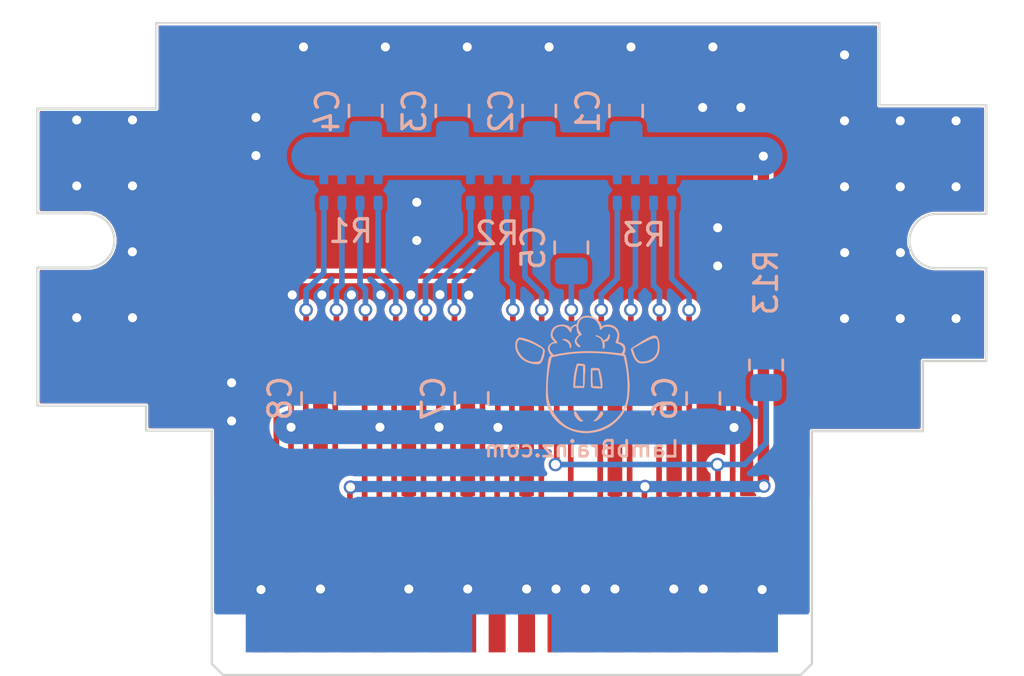
<source format=kicad_pcb>
(kicad_pcb (version 20211014) (generator pcbnew)
  (layers (0 "F.Cu" signal) (31 "B.Cu" signal) (34 "B.Paste" user) (35 "F.Paste" user) (36 "B.SilkS" user "B.Silkscreen") (37 "F.SilkS" user "F.Silkscreen") (38 "B.Mask" user) (39 "F.Mask" user) (44 "Edge.Cuts" user))
  (property "SHEETTOTAL" "1")
  (net 0 "")
  (net 1 "GND")
  (net 2 "Net-(C1-Pad2)")
  (net 3 "Net-(C5-Pad2)")
  (net 4 "Net-(C6-Pad2)")
  (net 5 "Net-(R1-Pad1)")
  (net 6 "Net-(R1-Pad2)")
  (net 7 "Net-(R1-Pad3)")
  (net 8 "Net-(R1-Pad4)")
  (net 9 "Net-(R2-Pad1)")
  (net 10 "Net-(R2-Pad2)")
  (net 11 "Net-(R2-Pad3)")
  (net 12 "Net-(R2-Pad4)")
  (net 13 "Net-(R3-Pad1)")
  (net 14 "Net-(R3-Pad2)")
  (net 15 "Net-(R3-Pad3)")
  (net 16 "Net-(R3-Pad4)")
  (net 17 "Net-(R13-Pad2)")
  (net 19 "Net-(U1-Pad15)")
  (footprint "ExpansionPak:EdgeConnector" (layer "F.Cu") (at 136.625 105.025)
    (fp_text reference "U2" hide)
    (fp_text value "Expansion Pak Edge Connector" hide)
    (fp_line (start -12.75 3.9) (end -13.25 3.4) (layer "Edge.Cuts") (width 0.1))
    (fp_line (start -13.25 3.4) (end -13.25 -3.9) (layer "Edge.Cuts") (width 0.1))
    (fp_line (start 13.25 -3.9) (end 13.25 3.4) (layer "Edge.Cuts") (width 0.1))
    (fp_line (start -12.75 3.9) (end 12.75 3.9) (layer "Edge.Cuts") (width 0.1))
    (fp_line (start 12.75 3.9) (end 13.25 3.4) (layer "Edge.Cuts") (width 0.1))
  )
  (footprint "ExpansionPak:RAM Module" (layer "F.Cu") (at 136.387 88.105)
    (fp_text reference "U1" hide)
    (fp_text value "MSM5718B70-60GS-K")
  )
  (footprint "Capacitor_SMD:C_0805_2012Metric_Pad1.18x1.45mm_HandSolder" (layer "B.Cu") (at 130.166667 84 -90)
    (fp_text reference "C4")
    (fp_text value "KEMET C0805C185K8PAC7800" hide)
  )
  (footprint "Capacitor_SMD:C_0805_2012Metric_Pad1.18x1.45mm_HandSolder" (layer "B.Cu") (at 145.075 96.7 -90)
    (fp_text reference "C6")
    (fp_text value "KEMET C0805C185K8PAC7800" hide)
  )
  (footprint "Capacitor_SMD:C_0805_2012Metric_Pad1.18x1.45mm_HandSolder" (layer "B.Cu") (at 139.25 90.04 -90)
    (fp_text reference "C5")
    (fp_text value "KEMET C0805C185K8PAC7800" hide)
  )
  (footprint "Resistor_SMD:R_0805_2012Metric_Pad1.20x1.40mm_HandSolder" (layer "B.Cu") (at 147.85 95.225 -90)
    (fp_text reference "R13")
    (fp_text value "Yageo RC0805FR-07510RL" hide)
  )
  (footprint "ExpansionPak:Resistor Array" (layer "B.Cu") (at 142.48 87.5)
    (fp_text reference "R3")
    (fp_text value "Panasonic EXB-V8V510JV" hide)
  )
  (footprint "Capacitor_SMD:C_0805_2012Metric_Pad1.18x1.45mm_HandSolder" (layer "B.Cu") (at 134.000001 84 -90)
    (fp_text reference "C3")
    (fp_text value "KEMET C0805C185K8PAC7800" hide)
  )
  (footprint "ExpansionPak:Resistor Array" (layer "B.Cu") (at 129.52 87.5)
    (fp_text reference "R1")
    (fp_text value "Panasonic EXB-V8V510JV" hide)
  )
  (footprint "Capacitor_SMD:C_0805_2012Metric_Pad1.18x1.45mm_HandSolder" (layer "B.Cu") (at 134.847575 96.7 -90)
    (fp_text reference "C7")
    (fp_text value "KEMET C0805C185K8PAC7800" hide)
  )
  (footprint "ExpansionPak:Resistor Array" (layer "B.Cu") (at 136 87.5)
    (fp_text reference "R2")
    (fp_text value "Panasonic EXB-V8V510JV" hide)
  )
  (footprint "Capacitor_SMD:C_0805_2012Metric_Pad1.18x1.45mm_HandSolder" (layer "B.Cu") (at 128.075 96.7 -90)
    (fp_text reference "C8")
    (fp_text value "KEMET C0805C185K8PAC7800" hide)
  )
  (footprint "Capacitor_SMD:C_0805_2012Metric_Pad1.18x1.45mm_HandSolder" (layer "B.Cu") (at 141.666667 84 -90)
    (fp_text reference "C1")
    (fp_text value "KEMET C0805C185K8PAC7800" hide)
  )
  (footprint "Capacitor_SMD:C_0805_2012Metric_Pad1.18x1.45mm_HandSolder" (layer "B.Cu") (at 137.833334 84 -90)
    (fp_text reference "C2")
    (fp_text value "KEMET C0805C185K8PAC7800" hide)
  )
  (gr_poly (pts (xy 139.735486 95.394547) (xy 139.736391 95.394641) (xy 139.737274 95.394784) (xy 139.738131 95.394976) (xy 139.738955 95.39522) (xy 139.739742 95.395515) (xy 139.740485 95.395863) (xy 139.741179 95.396264) (xy 139.741819 95.396719) (xy 139.742398 95.397228) (xy 139.742911 95.397793) (xy 139.743352 95.398415) (xy 139.743717 95.399093) (xy 139.743998 95.39983) (xy 139.744191 95.400626) (xy 139.744289 95.401481) (xy 139.744288 95.402396) (xy 139.743803 95.402967) (xy 139.74325 95.403503) (xy 139.742636 95.404002) (xy 139.741966 95.404464) (xy 139.741245 95.404889) (xy 139.740478 95.405274) (xy 139.739672 95.40562) (xy 139.738832 95.405926) (xy 139.737964 95.406191) (xy 139.737072 95.406413) (xy 139.736162 95.406593) (xy 139.735241 95.406729) (xy 139.734313 95.406821) (xy 139.733383 95.406868) (xy 139.732459 95.406869) (xy 139.731544 95.406823) (xy 139.730645 95.40673) (xy 139.729767 95.406588) (xy 139.728915 95.406398) (xy 139.728096 95.406157) (xy 139.727314 95.405865) (xy 139.726575 95.405522) (xy 139.725884 95.405127) (xy 139.725248 95.404678) (xy 139.724672 95.404176) (xy 139.72416 95.403618) (xy 139.723719 95.403005) (xy 139.723355 95.402336) (xy 139.723072 95.40161) (xy 139.722876 95.400826) (xy 139.722773 95.399983) (xy 139.722769 95.39908) (xy 139.723242 95.398496) (xy 139.723784 95.397948) (xy 139.72439 95.397438) (xy 139.725054 95.396965) (xy 139.72577 95.396531) (xy 139.726532 95.396137) (xy 139.727336 95.395783) (xy 139.728175 95.395471) (xy 139.729044 95.3952) (xy 139.729937 95.394972) (xy 139.730849 95.394787) (xy 139.731773 95.394647) (xy 139.732705 95.394552) (xy 139.733638 95.394504) (xy 139.734567 95.394501)) (layer "B.SilkS") (width 0) (fill solid))
  (gr_poly (pts (xy 139.572769 95.163172) (xy 139.578506 95.163403) (xy 139.584254 95.163848) (xy 139.609307 95.166121) (xy 139.634393 95.168129) (xy 139.684584 95.172006) (xy 139.70965 95.174205) (xy 139.73467 95.176796) (xy 139.759623 95.179945) (xy 139.784491 95.183815) (xy 139.78449 95.183815) (xy 139.801476 95.18746) (xy 139.80578 95.188513) (xy 139.810054 95.189677) (xy 139.814272 95.190977) (xy 139.81841 95.192441) (xy 139.822439 95.194095) (xy 139.826336 95.195965) (xy 139.830072 95.19808) (xy 139.831873 95.199236) (xy 139.833623 95.200464) (xy 139.835321 95.201766) (xy 139.836963 95.203145) (xy 139.838545 95.204606) (xy 139.840064 95.20615) (xy 139.841518 95.207782) (xy 139.842902 95.209505) (xy 139.844214 95.211322) (xy 139.84545 95.213237) (xy 139.847688 95.216041) (xy 139.849776 95.218906) (xy 139.853521 95.224812) (xy 139.856723 95.230932) (xy 139.859425 95.237245) (xy 139.861665 95.243726) (xy 139.863483 95.250353) (xy 139.864921 95.257105) (xy 139.866017 95.263958) (xy 139.866813 95.270889) (xy 139.867347 95.277876) (xy 139.867661 95.284896) (xy 139.867794 95.291927) (xy 139.867679 95.305931) (xy 139.867323 95.319705) (xy 139.869651 95.346201) (xy 139.871107 95.372691) (xy 139.871773 95.399176) (xy 139.871732 95.425654) (xy 139.869858 95.478593) (xy 139.866141 95.531504) (xy 139.846015 95.742827) (xy 139.846472 95.847495) (xy 139.846418 95.899871) (xy 139.845547 95.952209) (xy 139.84339 96.004458) (xy 139.839476 96.056567) (xy 139.836713 96.082553) (xy 139.833335 96.108485) (xy 139.829282 96.134357) (xy 139.824495 96.160163) (xy 139.822564 96.168841) (xy 139.820953 96.177566) (xy 139.819665 96.186335) (xy 139.818701 96.195141) (xy 139.818065 96.203981) (xy 139.817758 96.212848) (xy 139.817784 96.221739) (xy 139.818145 96.230648) (xy 139.815996 96.232195) (xy 139.81381 96.233598) (xy 139.811589 96.234864) (xy 139.809334 96.235999) (xy 139.807047 96.237011) (xy 139.80473 96.237906) (xy 139.800014 96.239368) (xy 139.795198 96.24044) (xy 139.790298 96.241173) (xy 139.785328 96.241619) (xy 139.780301 96.241831) (xy 139.775232 96.241861) (xy 139.770135 96.241762) (xy 139.759914 96.241384) (xy 139.74975 96.241114) (xy 139.744726 96.241151) (xy 139.739758 96.241372) (xy 139.694632 96.241698) (xy 139.649487 96.241515) (xy 139.559189 96.240923) (xy 139.514063 96.241164) (xy 139.46897 96.242196) (xy 139.423924 96.244345) (xy 139.378937 96.247934) (xy 139.372646 96.247136) (xy 139.369336 96.246688) (xy 139.365979 96.246166) (xy 139.362621 96.24554) (xy 139.359309 96.244779) (xy 139.357685 96.244338) (xy 139.356089 96.243853) (xy 139.354528 96.243318) (xy 139.353008 96.24273) (xy 139.351534 96.242086) (xy 139.350112 96.241382) (xy 139.348748 96.240613) (xy 139.347447 96.239776) (xy 139.346217 96.238867) (xy 139.345061 96.237882) (xy 139.343987 96.236818) (xy 139.343 96.23567) (xy 139.342106 96.234435) (xy 139.34131 96.23311) (xy 139.340619 96.231689) (xy 139.340038 96.230169) (xy 139.339573 96.228547) (xy 139.339229 96.226819) (xy 139.339014 96.22498) (xy 139.338932 96.223028) (xy 139.33711 96.177073) (xy 139.337078 96.1548) (xy 139.410899 96.1548) (xy 139.51398 96.154712) (xy 139.565521 96.154245) (xy 139.617062 96.153248) (xy 139.626518 96.153088) (xy 139.63597 96.153162) (xy 139.654863 96.153853) (xy 139.692618 96.156282) (xy 139.711488 96.15738) (xy 139.73036 96.157971) (xy 139.739797 96.157977) (xy 139.749236 96.157736) (xy 139.758677 96.157208) (xy 139.768121 96.156353) (xy 139.768121 95.272574) (xy 139.74139 95.270776) (xy 139.714688 95.268618) (xy 139.661327 95.263895) (xy 139.634647 95.261668) (xy 139.607952 95.259755) (xy 139.581234 95.258324) (xy 139.554479 95.257545) (xy 139.55154 95.271174) (xy 139.548376 95.284762) (xy 139.545053 95.298324) (xy 139.541638 95.311873) (xy 139.52922 95.365143) (xy 139.524678 95.384245) (xy 139.522364 95.393837) (xy 139.519977 95.403454) (xy 139.517294 95.41863) (xy 139.514439 95.433793) (xy 139.511425 95.448956) (xy 139.508265 95.464132) (xy 139.506452 95.470657) (xy 139.504786 95.477211) (xy 139.50182 95.490394) (xy 139.499229 95.503653) (xy 139.496871 95.51696) (xy 139.492291 95.543606) (xy 139.489789 95.556889) (xy 139.486958 95.570107) (xy 139.483776 95.588617) (xy 139.480819 95.607174) (xy 139.477809 95.625718) (xy 139.476198 95.634967) (xy 139.474469 95.64419) (xy 139.473909 95.648162) (xy 139.473295 95.652138) (xy 139.471955 95.6601) (xy 139.469177 95.67601) (xy 139.454506 95.776917) (xy 139.44791 95.827479) (xy 139.441872 95.878108) (xy 139.436443 95.9288) (xy 139.431673 95.97955) (xy 139.42761 96.030355) (xy 139.424304 96.081211) (xy 139.424442 96.084569) (xy 139.42449 96.087925) (xy 139.424452 96.091276) (xy 139.424335 96.094624) (xy 139.423882 96.101309) (xy 139.423175 96.107978) (xy 139.422256 96.11463) (xy 139.421169 96.121265) (xy 139.419956 96.127882) (xy 139.41866 96.13448) (xy 139.414753 96.14464) (xy 139.410899 96.1548) (xy 139.337078 96.1548) (xy 139.337044 96.131125) (xy 139.338338 96.085183) (xy 139.340599 96.039248) (xy 139.346443 95.947398) (xy 139.349237 95.901483) (xy 139.35142 95.855574) (xy 139.355952 95.800321) (xy 139.361714 95.745178) (xy 139.368708 95.690176) (xy 139.376935 95.635344) (xy 139.386396 95.580714) (xy 139.397091 95.526317) (xy 139.409021 95.472183) (xy 139.422188 95.418342) (xy 139.455614 95.296625) (xy 139.464413 95.26633) (xy 139.473683 95.236186) (xy 139.483571 95.206243) (xy 139.494225 95.176548) (xy 139.505201 95.173288) (xy 139.516269 95.170337) (xy 139.527424 95.167779) (xy 139.533031 95.166675) (xy 139.538658 95.1657) (xy 139.544302 95.164866) (xy 139.549964 95.164183) (xy 139.555643 95.163661) (xy 139.561337 95.163312) (xy 139.567046 95.163146)) (layer "B.SilkS") (width 0) (fill solid))
  (gr_poly (pts (xy 142.939109 93.921344) (xy 142.943529 93.922833) (xy 142.952294 93.926048) (xy 142.969669 93.932988) (xy 142.978364 93.93647) (xy 142.987122 93.939797) (xy 142.995987 93.942846) (xy 143.000472 93.944228) (xy 143.005 93.945494) (xy 143.032675 93.974872) (xy 143.039726 93.982103) (xy 143.046949 93.989161) (xy 143.050644 93.992605) (xy 143.054404 93.995982) (xy 143.058237 93.999284) (xy 143.06215 94.002503) (xy 143.071254 94.020237) (xy 143.079646 94.038258) (xy 143.087364 94.056544) (xy 143.094445 94.075072) (xy 143.100928 94.093819) (xy 143.106849 94.112763) (xy 143.112246 94.131879) (xy 143.117156 94.151146) (xy 143.121618 94.170541) (xy 143.125668 94.190039) (xy 143.132684 94.229258) (xy 143.138505 94.268619) (xy 143.14343 94.307938) (xy 143.145314 94.337696) (xy 143.146753 94.367482) (xy 143.147702 94.397286) (xy 143.148113 94.427098) (xy 143.147938 94.456906) (xy 143.14713 94.486701) (xy 143.145643 94.51647) (xy 143.14343 94.546205) (xy 143.138821 94.578855) (xy 143.133216 94.611388) (xy 143.126484 94.643708) (xy 143.122656 94.659758) (xy 143.118497 94.675718) (xy 143.113992 94.691577) (xy 143.109124 94.707321) (xy 143.103877 94.72294) (xy 143.098236 94.738421) (xy 143.092182 94.753752) (xy 143.085702 94.76892) (xy 143.078777 94.783915) (xy 143.071392 94.798723) (xy 143.063463 94.814205) (xy 143.055055 94.829426) (xy 143.04618 94.844374) (xy 143.036853 94.859043) (xy 143.027085 94.873421) (xy 143.016889 94.8875) (xy 143.006277 94.901271) (xy 142.995263 94.914725) (xy 142.983858 94.927852) (xy 142.972076 94.940644) (xy 142.959928 94.95309) (xy 142.947428 94.965182) (xy 142.934589 94.976911) (xy 142.921422 94.988267) (xy 142.90794 94.999242) (xy 142.894157 95.009825) (xy 142.872289 95.025657) (xy 142.849791 95.040372) (xy 142.826709 95.054012) (xy 142.803089 95.06662) (xy 142.778977 95.078239) (xy 142.754419 95.08891) (xy 142.729462 95.098676) (xy 142.70415 95.10758) (xy 142.678531 95.115663) (xy 142.652651 95.122969) (xy 142.626555 95.129539) (xy 142.60029 95.135416) (xy 142.573902 95.140643) (xy 142.547437 95.145261) (xy 142.494459 95.152841) (xy 142.455566 95.156237) (xy 142.445838 95.156927) (xy 142.436099 95.157396) (xy 142.426343 95.157565) (xy 142.421458 95.157513) (xy 142.416566 95.157357) (xy 142.411275 95.161026) (xy 142.394812 95.16066) (xy 142.378303 95.160748) (xy 142.345252 95.161132) (xy 142.328763 95.160852) (xy 142.320539 95.160469) (xy 142.312334 95.159875) (xy 142.30415 95.159035) (xy 142.29599 95.157912) (xy 142.287859 95.156471) (xy 142.279759 95.154676) (xy 142.271752 95.152967) (xy 142.263843 95.150947) (xy 142.256032 95.148631) (xy 142.248317 95.146035) (xy 142.240697 95.143176) (xy 142.233172 95.140068) (xy 142.225741 95.136729) (xy 142.218402 95.133174) (xy 142.211155 95.129419) (xy 142.203999 95.125479) (xy 142.196933 95.121372) (xy 142.189956 95.117112) (xy 142.183067 95.112715) (xy 142.176265 95.108198) (xy 142.162919 95.098866) (xy 142.150785 95.08866) (xy 142.138965 95.078106) (xy 142.127464 95.067214) (xy 142.116284 95.055998) (xy 142.105429 95.044469) (xy 142.094902 95.032639) (xy 142.084707 95.02052) (xy 142.074848 95.008123) (xy 142.065327 94.995461) (xy 142.05615 94.982545) (xy 142.047318 94.969388) (xy 142.038836 94.956001) (xy 142.030707 94.942396) (xy 142.022934 94.928586) (xy 142.015521 94.914581) (xy 142.008472 94.900393) (xy 141.992397 94.868028) (xy 141.977088 94.835293) (xy 141.962554 94.802207) (xy 141.9488 94.76879) (xy 141.935833 94.735062) (xy 141.92366 94.701043) (xy 141.912288 94.666753) (xy 141.901722 94.632212) (xy 141.893957 94.601353) (xy 141.890163 94.585827) (xy 141.886747 94.570229) (xy 141.885254 94.5624) (xy 141.883945 94.554551) (xy 141.88285 94.54668) (xy 141.881997 94.538787) (xy 141.881418 94.530871) (xy 141.881141 94.522931) (xy 141.881196 94.514966) (xy 141.881496 94.509233) (xy 141.961835 94.509233) (xy 142.018632 94.677226) (xy 142.025679 94.696563) (xy 142.032357 94.716046) (xy 142.045453 94.755111) (xy 142.052296 94.774522) (xy 142.05962 94.793739) (xy 142.063528 94.803248) (xy 142.067637 94.812676) (xy 142.071971 94.822014) (xy 142.076559 94.831249) (xy 142.08859 94.85442) (xy 142.101036 94.877461) (xy 142.11407 94.900194) (xy 142.12086 94.91139) (xy 142.127861 94.922442) (xy 142.135095 94.933329) (xy 142.142583 94.944029) (xy 142.150345 94.954519) (xy 142.158404 94.964778) (xy 142.166781 94.974782) (xy 142.175498 94.984511) (xy 142.184575 94.993941) (xy 142.194034 95.003052) (xy 142.202113 95.011181) (xy 142.210592 95.018933) (xy 142.219446 95.026281) (xy 142.228653 95.033198) (xy 142.238189 95.039655) (xy 142.24803 95.045625) (xy 142.258152 95.051081) (xy 142.268532 95.055995) (xy 142.279145 95.060339) (xy 142.289969 95.064086) (xy 142.30098 95.067208) (xy 142.312154 95.069677) (xy 142.323467 95.071466) (xy 142.334895 95.072548) (xy 142.346416 95.072895) (xy 142.358005 95.072478) (xy 142.41486 95.069696) (xy 142.443373 95.067502) (xy 142.471879 95.064695) (xy 142.500332 95.061219) (xy 142.528684 95.057015) (xy 142.556887 95.052027) (xy 142.584894 95.046197) (xy 142.612658 95.039467) (xy 142.640132 95.03178) (xy 142.667268 95.023078) (xy 142.694019 95.013304) (xy 142.720338 95.002401) (xy 142.746177 94.990312) (xy 142.771488 94.976977) (xy 142.796226 94.962341) (xy 142.821406 94.945973) (xy 142.845518 94.928196) (xy 142.868535 94.909088) (xy 142.890425 94.888728) (xy 142.911161 94.867194) (xy 142.930713 94.844566) (xy 142.949052 94.820923) (xy 142.96615 94.796342) (xy 142.981977 94.770903) (xy 142.996504 94.744684) (xy 143.009702 94.717765) (xy 143.021542 94.690224) (xy 143.031995 94.66214) (xy 143.041032 94.633591) (xy 143.048624 94.604656) (xy 143.054741 94.575415) (xy 143.057544 94.560326) (xy 143.059892 94.545198) (xy 143.061823 94.530034) (xy 143.063375 94.514839) (xy 143.065496 94.48437) (xy 143.066559 94.453821) (xy 143.066868 94.423222) (xy 143.066727 94.392604) (xy 143.066312 94.331433) (xy 143.061761 94.253355) (xy 143.060355 94.233862) (xy 143.058553 94.214405) (xy 143.056212 94.194996) (xy 143.053189 94.175647) (xy 143.052354 94.17119) (xy 143.051629 94.166689) (xy 143.05038 94.157601) (xy 143.04919 94.148472) (xy 143.047809 94.13939) (xy 143.046968 94.134894) (xy 143.045985 94.130444) (xy 143.044828 94.126049) (xy 143.043465 94.121721) (xy 143.041867 94.117472) (xy 143.04 94.113312) (xy 143.037835 94.109252) (xy 143.035338 94.105303) (xy 143.030404 94.097787) (xy 143.024939 94.090767) (xy 143.018984 94.08424) (xy 143.012577 94.078204) (xy 143.005756 94.072655) (xy 142.998562 94.067591) (xy 142.991032 94.063008) (xy 142.983207 94.058904) (xy 142.975124 94.055275) (xy 142.966823 94.052118) (xy 142.958343 94.049431) (xy 142.949722 94.04721) (xy 142.941001 94.045453) (xy 142.932217 94.044156) (xy 142.923409 94.043317) (xy 142.914617 94.042932) (xy 142.88748 94.048828) (xy 142.860624 94.055731) (xy 142.834043 94.063577) (xy 142.807734 94.072301) (xy 142.781694 94.081838) (xy 142.755917 94.092125) (xy 142.7304 94.103096) (xy 142.705138 94.114687) (xy 142.610289 94.160249) (xy 142.51622 94.207351) (xy 142.422817 94.255759) (xy 142.329968 94.30524) (xy 142.145475 94.406489) (xy 141.961835 94.509233) (xy 141.881496 94.509233) (xy 141.881614 94.506976) (xy 141.886707 94.502163) (xy 141.891925 94.497505) (xy 141.897254 94.492985) (xy 141.902681 94.488587) (xy 141.913778 94.480092) (xy 141.925111 94.471892) (xy 141.94807 94.455858) (xy 141.959488 94.447767) (xy 141.970725 94.439454) (xy 142.053026 94.38419) (xy 142.13579 94.329608) (xy 142.302125 94.221719) (xy 142.389818 94.16489) (xy 142.434075 94.137097) (xy 142.478681 94.10988) (xy 142.523695 94.083361) (xy 142.569172 94.057661) (xy 142.615171 94.032902) (xy 142.661747 94.009206) (xy 142.727536 93.979614) (xy 142.760865 93.96542) (xy 142.794576 93.952277) (xy 142.811597 93.946251) (xy 142.828741 93.940671) (xy 142.846015 93.935598) (xy 142.863429 93.931091) (xy 142.880991 93.927213) (xy 142.89871 93.924023) (xy 142.916595 93.921583) (xy 142.934655 93.919953)) (layer "B.SilkS") (width 0) (fill solid))
  (gr_poly (pts (xy 138.901003 94.075719) (xy 138.920506 94.075975) (xy 138.939976 94.076578) (xy 138.959393 94.077759) (xy 138.969076 94.07864) (xy 138.978738 94.079752) (xy 138.988376 94.081125) (xy 138.997989 94.082788) (xy 139.007574 94.08477) (xy 139.017129 94.087099) (xy 139.017129 94.0871) (xy 139.027647 94.090344) (xy 139.03803 94.093958) (xy 139.048267 94.097936) (xy 139.058352 94.102268) (xy 139.068275 94.106947) (xy 139.078028 94.111965) (xy 139.087602 94.117314) (xy 139.096989 94.122986) (xy 139.10618 94.128973) (xy 139.115166 94.135267) (xy 139.123939 94.14186) (xy 139.132491 94.148744) (xy 139.140812 94.155912) (xy 139.148894 94.163354) (xy 139.156729 94.171064) (xy 139.164308 94.179034) (xy 139.178465 94.197498) (xy 139.185297 94.20693) (xy 139.191937 94.216499) (xy 139.198364 94.226206) (xy 139.204558 94.236055) (xy 139.210499 94.246047) (xy 139.216166 94.256186) (xy 139.221539 94.266474) (xy 139.226597 94.276913) (xy 139.231319 94.287506) (xy 139.235686 94.298255) (xy 139.239676 94.309163) (xy 139.24327 94.320232) (xy 139.246447 94.331465) (xy 139.249186 94.342864) (xy 139.251029 94.352632) (xy 139.25268 94.362498) (xy 139.254042 94.372433) (xy 139.254583 94.377418) (xy 139.255016 94.38241) (xy 139.255327 94.387405) (xy 139.255504 94.3924) (xy 139.255535 94.397391) (xy 139.255407 94.402375) (xy 139.255109 94.407348) (xy 139.254628 94.412307) (xy 139.253951 94.417248) (xy 139.253067 94.422168) (xy 139.249248 94.430803) (xy 139.245192 94.439339) (xy 139.240886 94.447757) (xy 139.236319 94.456035) (xy 139.231476 94.464154) (xy 139.228948 94.468148) (xy 139.226347 94.472095) (xy 139.223671 94.475992) (xy 139.220919 94.479837) (xy 139.218088 94.483628) (xy 139.215179 94.487361) (xy 139.178137 94.46436) (xy 139.177891 94.454374) (xy 139.177808 94.444373) (xy 139.177625 94.424373) (xy 139.17727 94.414396) (xy 139.176569 94.404452) (xy 139.176049 94.399495) (xy 139.175395 94.39455) (xy 139.174591 94.389619) (xy 139.173621 94.384703) (xy 139.171667 94.375687) (xy 139.169284 94.366818) (xy 139.166493 94.358096) (xy 139.163316 94.349523) (xy 139.159773 94.341099) (xy 139.155886 94.332825) (xy 139.151676 94.324702) (xy 139.147163 94.316731) (xy 139.142369 94.308913) (xy 139.137315 94.301249) (xy 139.132023 94.29374) (xy 139.126512 94.286387) (xy 139.120805 94.27919) (xy 139.114922 94.272151) (xy 139.108884 94.26527) (xy 139.102713 94.258549) (xy 139.099699 94.254602) (xy 139.09654 94.250793) (xy 139.093249 94.247111) (xy 139.089841 94.243543) (xy 139.086328 94.240076) (xy 139.082725 94.236696) (xy 139.079045 94.233392) (xy 139.075302 94.230151) (xy 139.044717 94.204927) (xy 139.033768 94.19748) (xy 139.022679 94.190263) (xy 139.000112 94.176473) (xy 138.977089 94.163461) (xy 138.953682 94.151128) (xy 138.929964 94.139378) (xy 138.906009 94.128112) (xy 138.881887 94.117233) (xy 138.857674 94.106643) (xy 138.855274 94.078633) (xy 138.862118 94.083924) (xy 138.861977 94.075316)) (layer "B.SilkS") (width 0) (fill solid))
  (gr_poly (pts (xy 140.598518 97.261978) (xy 140.600623 97.262145) (xy 140.60271 97.262419) (xy 140.604775 97.2628) (xy 140.606815 97.263291) (xy 140.608824 97.263896) (xy 140.610798 97.264614) (xy 140.612732 97.26545) (xy 140.614622 97.266404) (xy 140.616464 97.26748) (xy 140.618253 97.268678) (xy 140.619984 97.270002) (xy 140.621653 97.271454) (xy 140.623255 97.273036) (xy 140.629983 97.280694) (xy 140.635985 97.288845) (xy 140.641263 97.297432) (xy 140.64582 97.306401) (xy 140.649657 97.315698) (xy 140.652778 97.325268) (xy 140.655183 97.335057) (xy 140.656875 97.345011) (xy 140.657856 97.355075) (xy 140.658128 97.365194) (xy 140.657693 97.375314) (xy 140.656553 97.385381) (xy 140.65471 97.39534) (xy 140.652167 97.405137) (xy 140.648925 97.414716) (xy 140.644986 97.424025) (xy 140.638381 97.438127) (xy 140.631039 97.451723) (xy 140.623017 97.464845) (xy 140.614372 97.477525) (xy 140.60516 97.489795) (xy 140.595439 97.501687) (xy 140.585265 97.513235) (xy 140.574696 97.52447) (xy 140.563787 97.535424) (xy 140.552596 97.546131) (xy 140.529595 97.56693) (xy 140.482709 97.606975) (xy 140.458365 97.626246) (xy 140.433311 97.645355) (xy 140.420483 97.654618) (xy 140.407436 97.663562) (xy 140.394157 97.672095) (xy 140.380632 97.680124) (xy 140.366848 97.687556) (xy 140.35279 97.694298) (xy 140.338445 97.700257) (xy 140.3238 97.705341) (xy 140.30884 97.709457) (xy 140.293553 97.712511) (xy 140.277924 97.714412) (xy 140.269978 97.714901) (xy 140.26194 97.715067) (xy 140.260279 97.71517) (xy 140.258643 97.715191) (xy 140.257033 97.715131) (xy 140.25545 97.714992) (xy 140.253896 97.714776) (xy 140.252371 97.714485) (xy 140.250876 97.714122) (xy 140.249414 97.713687) (xy 140.247984 97.713184) (xy 140.246587 97.712614) (xy 140.245226 97.711978) (xy 140.243901 97.71128) (xy 140.242613 97.710521) (xy 140.241364 97.709702) (xy 140.240153 97.708827) (xy 140.238983 97.707896) (xy 140.237855 97.706912) (xy 140.236769 97.705878) (xy 140.235727 97.704794) (xy 140.23473 97.703662) (xy 140.233779 97.702486) (xy 140.232875 97.701266) (xy 140.232019 97.700005) (xy 140.231212 97.698705) (xy 140.230456 97.697368) (xy 140.229751 97.695995) (xy 140.229098 97.694589) (xy 140.228499 97.693151) (xy 140.227955 97.691684) (xy 140.227467 97.69019) (xy 140.227036 97.68867) (xy 140.226662 97.687126) (xy 140.244153 97.676357) (xy 140.261145 97.664919) (xy 140.277642 97.652842) (xy 140.293646 97.640156) (xy 140.309161 97.626893) (xy 140.324189 97.613082) (xy 140.338734 97.598754) (xy 140.352798 97.583939) (xy 140.366384 97.568667) (xy 140.379495 97.55297) (xy 140.392134 97.536877) (xy 140.404304 97.520419) (xy 140.416007 97.503626) (xy 140.427247 97.486528) (xy 140.438026 97.469157) (xy 140.448348 97.451541) (xy 140.454811 97.440225) (xy 140.461088 97.428745) (xy 140.47331 97.405471) (xy 140.485472 97.382081) (xy 140.498028 97.358937) (xy 140.504596 97.347571) (xy 140.511434 97.336402) (xy 140.518598 97.325476) (xy 140.526146 97.314838) (xy 140.534133 97.304533) (xy 140.542618 97.294606) (xy 140.551657 97.285103) (xy 140.561307 97.27607) (xy 140.562878 97.274633) (xy 140.564517 97.273261) (xy 140.56622 97.271957) (xy 140.567983 97.270722) (xy 140.57167 97.268468) (xy 140.575541 97.266517) (xy 140.579561 97.264887) (xy 140.583693 97.263594) (xy 140.58579 97.26308) (xy 140.587901 97.262657) (xy 140.590022 97.262326) (xy 140.592149 97.262091) (xy 140.594277 97.261953) (xy 140.596402 97.261915)) (layer "B.SilkS") (width 0) (fill solid))
  (gr_poly (pts (xy 136.992785 94.013761) (xy 137.003715 94.014385) (xy 137.014614 94.015348) (xy 137.025482 94.016619) (xy 137.03632 94.018168) (xy 137.047129 94.019966) (xy 137.068664 94.024186) (xy 137.090093 94.029039) (xy 137.13266 94.039686) (xy 137.189827 94.056125) (xy 137.246787 94.07341) (xy 137.303422 94.091749) (xy 137.359611 94.111353) (xy 137.415235 94.132432) (xy 137.470173 94.155197) (xy 137.524306 94.179856) (xy 137.551032 94.192962) (xy 137.577513 94.206621) (xy 137.632514 94.234018) (xy 137.686805 94.262788) (xy 137.740369 94.29289) (xy 137.793193 94.324281) (xy 137.845258 94.356918) (xy 137.896551 94.390761) (xy 137.947055 94.425765) (xy 137.996754 94.461891) (xy 137.999768 94.464485) (xy 138.002705 94.467155) (xy 138.005573 94.469892) (xy 138.00838 94.472689) (xy 138.013847 94.478427) (xy 138.019173 94.484301) (xy 138.029675 94.496191) (xy 138.034986 94.502072) (xy 138.040428 94.507822) (xy 138.055518 94.526114) (xy 138.062876 94.535559) (xy 138.066394 94.54039) (xy 138.069762 94.545305) (xy 138.072945 94.550315) (xy 138.075913 94.555428) (xy 138.078631 94.560655) (xy 138.081068 94.566004) (xy 138.083191 94.571486) (xy 138.084967 94.57711) (xy 138.086363 94.582885) (xy 138.087348 94.58882) (xy 138.067433 94.714056) (xy 138.057145 94.776621) (xy 138.046355 94.839081) (xy 138.034861 94.88073) (xy 138.028604 94.901526) (xy 138.02195 94.922242) (xy 138.014856 94.942829) (xy 138.007279 94.963241) (xy 137.999175 94.983431) (xy 137.990501 95.003352) (xy 137.981215 95.022957) (xy 137.971273 95.0422) (xy 137.960632 95.061032) (xy 137.949249 95.079409) (xy 137.937082 95.097281) (xy 137.924085 95.114603) (xy 137.910218 95.131328) (xy 137.895436 95.147409) (xy 137.89085 95.152085) (xy 137.886044 95.15644) (xy 137.881033 95.160488) (xy 137.875833 95.164243) (xy 137.870458 95.167719) (xy 137.864924 95.170931) (xy 137.859246 95.173893) (xy 137.853438 95.176619) (xy 137.847517 95.179123) (xy 137.841496 95.18142) (xy 137.835391 95.183524) (xy 137.829218 95.185449) (xy 137.822991 95.18721) (xy 137.816725 95.18882) (xy 137.804138 95.191647) (xy 137.798368 95.192493) (xy 137.792593 95.193446) (xy 137.786804 95.194504) (xy 137.780995 95.195669) (xy 137.747964 95.196083) (xy 137.71492 95.196233) (xy 137.681876 95.196066) (xy 137.648845 95.195528) (xy 137.64182 95.194289) (xy 137.634772 95.193162) (xy 137.627703 95.192137) (xy 137.620614 95.191206) (xy 137.613508 95.190361) (xy 137.606389 95.189594) (xy 137.592118 95.18826) (xy 137.57898 95.185986) (xy 137.565912 95.183377) (xy 137.552906 95.180479) (xy 137.539951 95.177342) (xy 137.527039 95.174013) (xy 137.514162 95.17054) (xy 137.488472 95.163354) (xy 137.447781 95.15364) (xy 137.407377 95.142594) (xy 137.367371 95.130134) (xy 137.34755 95.123349) (xy 137.32787 95.116179) (xy 137.308343 95.108615) (xy 137.288984 95.100646) (xy 137.269806 95.092262) (xy 137.250823 95.083453) (xy 137.232048 95.074209) (xy 137.213495 95.06452) (xy 137.195178 95.054374) (xy 137.17711 95.043763) (xy 137.158352 95.032395) (xy 137.139943 95.0205) (xy 137.121888 95.008095) (xy 137.104191 94.995194) (xy 137.086858 94.981814) (xy 137.069894 94.967969) (xy 137.053304 94.953677) (xy 137.037093 94.938952) (xy 137.021265 94.923811) (xy 137.005825 94.908268) (xy 136.99078 94.892341) (xy 136.976133 94.876043) (xy 136.961889 94.859392) (xy 136.948054 94.842402) (xy 136.934632 94.825091) (xy 136.921628 94.807472) (xy 136.909286 94.789648) (xy 136.897333 94.771529) (xy 136.885793 94.753123) (xy 136.874692 94.734437) (xy 136.864055 94.71548) (xy 136.853905 94.696259) (xy 136.844269 94.676782) (xy 136.835171 94.657056) (xy 136.826636 94.63709) (xy 136.818689 94.616891) (xy 136.811355 94.596467) (xy 136.804659 94.575826) (xy 136.798626 94.554975) (xy 136.79328 94.533922) (xy 136.788646 94.512675) (xy 136.78475 94.491242) (xy 136.783917 94.485581) (xy 136.783004 94.479926) (xy 136.782012 94.474285) (xy 136.780941 94.468664) (xy 136.77889 94.446696) (xy 136.777423 94.424673) (xy 136.776499 94.402609) (xy 136.776081 94.380522) (xy 136.7761 94.371831) (xy 136.854256 94.371831) (xy 136.854742 94.390532) (xy 136.85591 94.409201) (xy 136.857762 94.427812) (xy 136.860301 94.44634) (xy 136.863529 94.464758) (xy 136.867449 94.48304) (xy 136.872063 94.501162) (xy 136.877376 94.519097) (xy 136.883388 94.53682) (xy 136.890477 94.556887) (xy 136.898254 94.576637) (xy 136.906684 94.596077) (xy 136.915731 94.615215) (xy 136.925361 94.634059) (xy 136.93554 94.652615) (xy 136.946231 94.670891) (xy 136.957401 94.688894) (xy 136.969013 94.706632) (xy 136.981034 94.724112) (xy 136.993428 94.741341) (xy 137.006161 94.758326) (xy 137.032502 94.791597) (xy 137.059777 94.823982) (xy 137.071915 94.837623) (xy 137.084329 94.851024) (xy 137.097017 94.864174) (xy 137.109976 94.877061) (xy 137.123202 94.889676) (xy 137.136692 94.902007) (xy 137.150444 94.914044) (xy 137.164455 94.925776) (xy 137.178721 94.937191) (xy 137.193239 94.948281) (xy 137.208007 94.959032) (xy 137.223021 94.969436) (xy 137.238279 94.979481) (xy 137.253778 94.989156) (xy 137.269514 94.998451) (xy 137.285484 95.007355) (xy 137.305958 95.01729) (xy 137.326729 95.02663) (xy 137.347774 95.035362) (xy 137.369076 95.043471) (xy 137.390612 95.050941) (xy 137.412364 95.057759) (xy 137.43431 95.063908) (xy 137.456431 95.069374) (xy 137.478707 95.074142) (xy 137.501117 95.078198) (xy 137.523642 95.081526) (xy 137.546261 95.084111) (xy 137.568953 95.085939) (xy 137.5917 95.086995) (xy 137.61448 95.087264) (xy 137.637274 95.08673) (xy 137.661132 95.0873) (xy 137.684998 95.086972) (xy 137.708828 95.08571) (xy 137.732577 95.083476) (xy 137.744407 95.081983) (xy 137.7562 95.080234) (xy 137.76795 95.078223) (xy 137.779653 95.075945) (xy 137.791301 95.073397) (xy 137.80289 95.070574) (xy 137.814415 95.06747) (xy 137.825869 95.064082) (xy 137.828811 95.062822) (xy 137.831827 95.061594) (xy 137.837991 95.059152) (xy 137.844175 95.056591) (xy 137.847216 95.055214) (xy 137.850193 95.053746) (xy 137.853082 95.052165) (xy 137.85586 95.05045) (xy 137.858505 95.048583) (xy 137.859769 95.047584) (xy 137.860992 95.04654) (xy 137.86217 95.045447) (xy 137.863299 95.044303) (xy 137.864378 95.043104) (xy 137.865403 95.041849) (xy 137.866371 95.040535) (xy 137.86728 95.039159) (xy 137.868126 95.037719) (xy 137.868907 95.036212) (xy 137.881247 95.00997) (xy 137.89269 94.983353) (xy 137.903375 94.956426) (xy 137.913437 94.92925) (xy 137.923013 94.90189) (xy 137.932239 94.874407) (xy 137.950188 94.819325) (xy 137.965313 94.767266) (xy 137.972348 94.741069) (xy 137.978851 94.714744) (xy 137.984685 94.68828) (xy 137.989716 94.661666) (xy 137.993808 94.63489) (xy 137.995459 94.621438) (xy 137.996825 94.60794) (xy 137.997309 94.598168) (xy 137.997509 94.588207) (xy 137.997437 94.5832) (xy 137.997215 94.5782) (xy 137.996817 94.573223) (xy 137.996216 94.568288) (xy 137.995386 94.563413) (xy 137.994301 94.558615) (xy 137.992934 94.553912) (xy 137.991259 94.549322) (xy 137.989249 94.544863) (xy 137.98811 94.542687) (xy 137.986878 94.540552) (xy 137.98555 94.538457) (xy 137.984121 94.536407) (xy 137.982589 94.534402) (xy 137.98095 94.532446) (xy 137.97586 94.526971) (xy 137.970551 94.521755) (xy 137.965038 94.516782) (xy 137.959339 94.512035) (xy 137.95347 94.5075) (xy 137.947447 94.503159) (xy 137.941288 94.498997) (xy 137.935009 94.494999) (xy 137.928627 94.491147) (xy 137.922158 94.487427) (xy 137.909026 94.480316) (xy 137.895747 94.47354) (xy 137.882454 94.46697) (xy 137.872813 94.462291) (xy 137.863274 94.457424) (xy 137.844451 94.447224) (xy 137.82588 94.43656) (xy 137.807454 94.425625) (xy 137.770615 94.403709) (xy 137.75199 94.393111) (xy 137.733088 94.383009) (xy 137.688091 94.358435) (xy 137.642602 94.334809) (xy 137.596651 94.312105) (xy 137.55027 94.290299) (xy 137.503488 94.269367) (xy 137.456337 94.249282) (xy 137.408847 94.230021) (xy 137.361049 94.211559) (xy 136.986328 94.100223) (xy 136.986328 94.100222) (xy 136.984569 94.099354) (xy 136.982837 94.098663) (xy 136.981131 94.098141) (xy 136.979451 94.09778) (xy 136.977795 94.097573) (xy 136.976163 94.097511) (xy 136.974554 94.097586) (xy 136.972968 94.097792) (xy 136.971403 94.098119) (xy 136.969859 94.09856) (xy 136.968335 94.099107) (xy 136.96683 94.099752) (xy 136.965344 94.100488) (xy 136.963876 94.101307) (xy 136.962425 94.1022) (xy 136.96099 94.103159) (xy 136.958166 94.105248) (xy 136.955397 94.107509) (xy 136.952679 94.10988) (xy 136.950004 94.112297) (xy 136.944761 94.117021) (xy 136.942181 94.119202) (xy 136.93962 94.121177) (xy 136.932936 94.127109) (xy 136.926563 94.133331) (xy 136.920499 94.139827) (xy 136.914745 94.146583) (xy 136.909301 94.153582) (xy 136.904165 94.160809) (xy 136.899337 94.168248) (xy 136.894818 94.175884) (xy 136.890606 94.183702) (xy 136.886701 94.191684) (xy 136.883103 94.199816) (xy 136.879812 94.208083) (xy 136.876826 94.216468) (xy 136.874146 94.224957) (xy 136.871771 94.233533) (xy 136.8697 94.24218) (xy 136.865493 94.260387) (xy 136.861948 94.278741) (xy 136.859068 94.297218) (xy 136.856857 94.315791) (xy 136.855316 94.334434) (xy 136.854448 94.353123) (xy 136.854256 94.371831) (xy 136.7761 94.371831) (xy 136.776129 94.358429) (xy 136.776605 94.336346) (xy 136.777469 94.314289) (xy 136.778683 94.292275) (xy 136.779975 94.279912) (xy 136.781559 94.267588) (xy 136.783409 94.255303) (xy 136.7855 94.243054) (xy 136.787806 94.230842) (xy 136.790301 94.218665) (xy 136.79296 94.206523) (xy 136.795757 94.194415) (xy 136.799039 94.182394) (xy 136.802897 94.170554) (xy 136.807313 94.158918) (xy 136.812273 94.147506) (xy 136.81776 94.13634) (xy 136.82376 94.12544) (xy 136.830257 94.114829) (xy 136.837235 94.104527) (xy 136.844678 94.094556) (xy 136.852571 94.084936) (xy 136.860899 94.07569) (xy 136.869645 94.066839) (xy 136.878794 94.058404) (xy 136.888331 94.050405) (xy 136.89824 94.042866) (xy 136.908505 94.035806) (xy 136.914436 94.032051) (xy 136.920409 94.028136) (xy 136.926471 94.024293) (xy 136.92955 94.02247) (xy 136.93267 94.020751) (xy 136.935836 94.019165) (xy 136.939055 94.017742) (xy 136.942331 94.016509) (xy 136.945672 94.015496) (xy 136.949083 94.014731) (xy 136.950817 94.014451) (xy 136.952571 94.014243) (xy 136.954345 94.014113) (xy 136.956141 94.014062) (xy 136.957958 94.014095) (xy 136.959799 94.014216) (xy 136.970828 94.013646) (xy 136.981823 94.013504)) (layer "B.SilkS") (width 0) (fill solid))
  (gr_poly (pts (xy 139.410423 97.269032) (xy 139.411762 97.269161) (xy 139.413095 97.269369) (xy 139.414418 97.269658) (xy 139.415728 97.270029) (xy 139.417022 97.270484) (xy 139.418297 97.271025) (xy 139.41955 97.271653) (xy 139.420777 97.272369) (xy 139.421976 97.273177) (xy 139.428131 97.276546) (xy 139.434016 97.280258) (xy 139.43965 97.284283) (xy 139.445055 97.288592) (xy 139.45025 97.293155) (xy 139.455257 97.297943) (xy 139.460095 97.302926) (xy 139.464786 97.308076) (xy 139.469349 97.313361) (xy 139.473806 97.318754) (xy 139.48248 97.329742) (xy 139.499446 97.351705) (xy 139.499447 97.351705) (xy 139.523116 97.386869) (xy 139.546204 97.422498) (xy 139.59236 97.493813) (xy 139.616289 97.528829) (xy 139.628654 97.546031) (xy 139.641359 97.562972) (xy 139.654458 97.579611) (xy 139.668003 97.595906) (xy 139.682049 97.611814) (xy 139.69665 97.627296) (xy 139.704696 97.635268) (xy 139.708863 97.639153) (xy 139.713129 97.642947) (xy 139.717495 97.64663) (xy 139.721965 97.650184) (xy 139.72654 97.653591) (xy 139.731222 97.656832) (xy 139.736013 97.659888) (xy 139.740915 97.662742) (xy 139.74593 97.665375) (xy 139.751061 97.667767) (xy 139.756309 97.669901) (xy 139.761677 97.671758) (xy 139.767166 97.67332) (xy 139.772779 97.674568) (xy 139.771011 97.680595) (xy 139.77005 97.683637) (xy 139.769019 97.686674) (xy 139.767904 97.689685) (xy 139.766691 97.692654) (xy 139.765366 97.695561) (xy 139.763915 97.698389) (xy 139.762325 97.701118) (xy 139.760581 97.70373) (xy 139.759647 97.704987) (xy 139.75867 97.706207) (xy 139.757647 97.707389) (xy 139.756576 97.70853) (xy 139.755457 97.709628) (xy 139.754288 97.710681) (xy 139.753066 97.711686) (xy 139.75179 97.71264) (xy 139.750458 97.713543) (xy 139.749068 97.714391) (xy 139.747619 97.715182) (xy 139.746109 97.715913) (xy 139.738932 97.718636) (xy 139.731624 97.720908) (xy 139.724206 97.72274) (xy 139.716698 97.724138) (xy 139.709122 97.725112) (xy 139.701498 97.72567) (xy 139.693846 97.72582) (xy 139.686189 97.72557) (xy 139.678547 97.72493) (xy 139.670941 97.723906) (xy 139.663391 97.722509) (xy 139.655919 97.720745) (xy 139.648545 97.718624) (xy 139.641291 97.716153) (xy 139.634176 97.713342) (xy 139.627223 97.710198) (xy 139.615872 97.704633) (xy 139.604807 97.698617) (xy 139.594019 97.692176) (xy 139.583498 97.685336) (xy 139.573236 97.678122) (xy 139.563224 97.67056) (xy 139.553453 97.662676) (xy 139.543914 97.654494) (xy 139.534598 97.646042) (xy 139.525497 97.637344) (xy 139.516601 97.628426) (xy 139.507902 97.619314) (xy 139.49939 97.610033) (xy 139.491058 97.600609) (xy 139.474893 97.581434) (xy 139.457299 97.560054) (xy 139.448811 97.549045) (xy 139.440571 97.537825) (xy 139.432614 97.526395) (xy 139.424973 97.514756) (xy 139.417679 97.502907) (xy 139.410767 97.49085) (xy 139.404269 97.478585) (xy 139.398219 97.466114) (xy 139.392648 97.453436) (xy 139.387591 97.440553) (xy 139.383079 97.427466) (xy 139.379147 97.414175) (xy 139.375827 97.40068) (xy 139.373152 97.386983) (xy 139.372353 97.360819) (xy 139.372101 97.347594) (xy 139.37215 97.340991) (xy 139.372367 97.33441) (xy 139.372791 97.327865) (xy 139.373463 97.321368) (xy 139.37442 97.314933) (xy 139.375702 97.30857) (xy 139.377348 97.302295) (xy 139.379398 97.296118) (xy 139.38189 97.290053) (xy 139.384864 97.284113) (xy 139.385506 97.282876) (xy 139.386212 97.281681) (xy 139.386979 97.280529) (xy 139.387804 97.279421) (xy 139.388685 97.278359) (xy 139.389617 97.277346) (xy 139.390598 97.276382) (xy 139.391625 97.275469) (xy 139.392695 97.274609) (xy 139.393804 97.273803) (xy 139.39495 97.273054) (xy 139.396129 97.272362) (xy 139.397339 97.271729) (xy 139.398575 97.271158) (xy 139.399836 97.270649) (xy 139.401118 97.270205) (xy 139.402418 97.269826) (xy 139.403733 97.269515) (xy 139.40506 97.269274) (xy 139.406395 97.269103) (xy 139.407736 97.269004) (xy 139.40908 97.26898)) (layer "B.SilkS") (width 0) (fill solid))
  (gr_poly (pts (xy 140.928397 93.856702) (xy 140.930921 93.859169) (xy 140.933456 93.861633) (xy 140.935949 93.864135) (xy 140.937163 93.865412) (xy 140.938346 93.866713) (xy 140.939492 93.868043) (xy 140.940594 93.869406) (xy 140.941644 93.870807) (xy 140.942638 93.872252) (xy 140.943567 93.873745) (xy 140.944425 93.875292) (xy 140.944425 93.875291) (xy 140.947902 93.891579) (xy 140.950407 93.908001) (xy 140.951948 93.924509) (xy 140.95254 93.941057) (xy 140.952192 93.957598) (xy 140.950917 93.974085) (xy 140.948727 93.990471) (xy 140.945633 94.00671) (xy 140.941647 94.022754) (xy 140.93678 94.038558) (xy 140.931045 94.054073) (xy 140.924452 94.069254) (xy 140.917014 94.084053) (xy 140.908742 94.098424) (xy 140.899648 94.112319) (xy 140.889744 94.125693) (xy 140.885909 94.130335) (xy 140.882027 94.134945) (xy 140.878106 94.139514) (xy 140.874151 94.144037) (xy 140.87032 94.146519) (xy 140.866548 94.149089) (xy 140.862827 94.151734) (xy 140.859149 94.154444) (xy 140.855508 94.157207) (xy 140.851896 94.160012) (xy 140.844729 94.165698) (xy 140.836657 94.170168) (xy 140.828429 94.174338) (xy 140.820057 94.178199) (xy 140.811551 94.181742) (xy 140.802922 94.184958) (xy 140.794182 94.187837) (xy 140.785343 94.190372) (xy 140.776414 94.192553) (xy 140.767408 94.194371) (xy 140.758335 94.195817) (xy 140.749207 94.196882) (xy 140.740034 94.197557) (xy 140.730828 94.197833) (xy 140.721601 94.197701) (xy 140.712362 94.197153) (xy 140.703125 94.196178) (xy 140.707339 94.209289) (xy 140.711188 94.222525) (xy 140.714656 94.235872) (xy 140.717729 94.249315) (xy 140.720393 94.262841) (xy 140.722631 94.276436) (xy 140.724429 94.290085) (xy 140.725773 94.303775) (xy 140.725252 94.318063) (xy 140.725018 94.33235) (xy 140.725129 94.360925) (xy 140.725545 94.3895) (xy 140.725702 94.418075) (xy 140.725175 94.423979) (xy 140.724479 94.429971) (xy 140.723592 94.436012) (xy 140.722491 94.442064) (xy 140.721155 94.44809) (xy 140.719562 94.454052) (xy 140.717689 94.459911) (xy 140.715516 94.46563) (xy 140.713019 94.47117) (xy 140.711642 94.473861) (xy 140.710176 94.476493) (xy 140.708619 94.479062) (xy 140.706967 94.481562) (xy 140.705217 94.483989) (xy 140.703368 94.486338) (xy 140.701415 94.488604) (xy 140.699358 94.490783) (xy 140.697191 94.49287) (xy 140.694914 94.49486) (xy 140.692523 94.496748) (xy 140.690015 94.498529) (xy 140.687388 94.5002) (xy 140.684638 94.501754) (xy 140.682687 94.502509) (xy 140.680748 94.503136) (xy 140.678822 94.503639) (xy 140.67691 94.504022) (xy 140.675011 94.50429) (xy 140.673127 94.504447) (xy 140.671257 94.504497) (xy 140.669402 94.504444) (xy 140.667562 94.504293) (xy 140.665738 94.504048) (xy 140.663929 94.503713) (xy 140.662137 94.503292) (xy 140.660361 94.50279) (xy 140.658603 94.50221) (xy 140.656861 94.501558) (xy 140.655138 94.500837) (xy 140.651744 94.499205) (xy 140.648426 94.49735) (xy 140.645185 94.495304) (xy 140.642024 94.493102) (xy 140.638947 94.490778) (xy 140.635955 94.488365) (xy 140.633052 94.485898) (xy 140.63024 94.48341) (xy 140.631681 94.470667) (xy 140.632835 94.457918) (xy 140.634346 94.432409) (xy 140.634884 94.40689) (xy 140.634562 94.381369) (xy 140.633493 94.355854) (xy 140.631788 94.330355) (xy 140.629561 94.304878) (xy 140.626925 94.279433) (xy 140.623933 94.264304) (xy 140.620783 94.2492) (xy 140.617403 94.23415) (xy 140.613722 94.219179) (xy 140.609667 94.204314) (xy 140.605166 94.189581) (xy 140.600147 94.175007) (xy 140.597421 94.167788) (xy 140.594539 94.160618) (xy 140.589637 94.150265) (xy 140.584588 94.139972) (xy 140.579348 94.129771) (xy 140.573875 94.119696) (xy 140.568128 94.10978) (xy 140.562065 94.100055) (xy 140.558901 94.095275) (xy 140.555643 94.090555) (xy 140.552284 94.0859) (xy 140.548819 94.081314) (xy 140.542606 94.073363) (xy 140.536022 94.0658) (xy 140.529092 94.058609) (xy 140.521838 94.051776) (xy 140.514286 94.045287) (xy 140.50646 94.039127) (xy 140.498384 94.033281) (xy 140.490082 94.027736) (xy 140.481578 94.022475) (xy 140.472896 94.017485) (xy 140.464061 94.012751) (xy 140.455097 94.008259) (xy 140.446028 94.003994) (xy 140.436878 93.999941) (xy 140.418432 93.992414) (xy 140.394713 93.98337) (xy 140.382853 93.978705) (xy 140.376983 93.976248) (xy 140.371178 93.973672) (xy 140.365453 93.970954) (xy 140.359827 93.968067) (xy 140.354317 93.964986) (xy 140.34894 93.961686) (xy 140.343713 93.95814) (xy 140.338654 93.954323) (xy 140.33378 93.950211) (xy 140.329109 93.945776) (xy 140.328558 93.934888) (xy 140.328139 93.924019) (xy 140.327486 93.902314) (xy 140.3332 93.903018) (xy 140.338908 93.903761) (xy 140.344602 93.904557) (xy 140.350276 93.905419) (xy 140.376159 93.913794) (xy 140.401926 93.922717) (xy 140.427459 93.932333) (xy 140.452643 93.942787) (xy 140.465067 93.948373) (xy 140.477361 93.954223) (xy 140.489508 93.960354) (xy 140.501495 93.966786) (xy 140.513307 93.973535) (xy 140.52493 93.98062) (xy 140.536349 93.988059) (xy 140.547549 93.995871) (xy 140.557577 94.002865) (xy 140.567366 94.010162) (xy 140.576913 94.017753) (xy 140.586215 94.025628) (xy 140.595269 94.033777) (xy 140.604073 94.042191) (xy 140.612623 94.050861) (xy 140.620918 94.059777) (xy 140.628954 94.068929) (xy 140.636728 94.078308) (xy 140.644238 94.087905) (xy 140.651481 94.097709) (xy 140.658453 94.107712) (xy 140.665153 94.117904) (xy 140.671578 94.128275) (xy 140.677724 94.138817) (xy 140.68657 94.134911) (xy 140.695327 94.130813) (xy 140.703989 94.126523) (xy 140.712552 94.122042) (xy 140.721013 94.117369) (xy 140.729368 94.112504) (xy 140.737611 94.107447) (xy 140.74574 94.102198) (xy 140.763034 94.089165) (xy 140.780109 94.075881) (xy 140.796986 94.062332) (xy 140.813685 94.048506) (xy 140.819329 94.039474) (xy 140.823711 94.035062) (xy 140.827867 94.030522) (xy 140.835554 94.021085) (xy 140.842485 94.011217) (xy 140.848758 94.000971) (xy 140.854467 93.990402) (xy 140.859709 93.979564) (xy 140.86458 93.96851) (xy 140.869177 93.957295) (xy 140.886738 93.911899) (xy 140.891403 93.900686) (xy 140.89637 93.889635) (xy 140.901735 93.878801) (xy 140.907594 93.868236) (xy 140.925939 93.854195)) (layer "B.SilkS") (width 0) (fill solid))
  (gr_poly (pts (xy 140.368832 95.358244) (xy 140.376369 95.358685) (xy 140.38388 95.359368) (xy 140.391369 95.360257) (xy 140.398839 95.361317) (xy 140.413741 95.363802) (xy 140.443495 95.369242) (xy 140.458411 95.371623) (xy 140.465893 95.372604) (xy 140.473396 95.373398) (xy 140.480316 95.383335) (xy 140.486932 95.393521) (xy 140.490092 95.39871) (xy 140.493136 95.403966) (xy 140.496051 95.40929) (xy 140.498822 95.414682) (xy 140.501437 95.420145) (xy 140.503883 95.425679) (xy 140.506145 95.431286) (xy 140.508211 95.436968) (xy 140.510068 95.442725) (xy 140.511702 95.448559) (xy 140.513099 95.454472) (xy 140.514247 95.460464) (xy 140.515187 95.466698) (xy 140.516373 95.472864) (xy 140.517774 95.478972) (xy 140.519361 95.485028) (xy 140.521103 95.491043) (xy 140.52297 95.497023) (xy 140.526956 95.508918) (xy 140.535093 95.532675) (xy 140.538759 95.544674) (xy 140.540386 95.550733) (xy 140.541834 95.556843) (xy 140.557665 95.619497) (xy 140.572149 95.682503) (xy 140.58522 95.745828) (xy 140.596815 95.80944) (xy 140.606868 95.873307) (xy 140.615316 95.937396) (xy 140.622093 96.001675) (xy 140.627136 96.066113) (xy 140.628262 96.076567) (xy 140.629092 96.087027) (xy 140.62965 96.097491) (xy 140.629962 96.10796) (xy 140.62995 96.128904) (xy 140.629262 96.149853) (xy 140.6281 96.170799) (xy 140.62667 96.191734) (xy 140.62382 96.233541) (xy 140.622377 96.236125) (xy 140.620782 96.238617) (xy 140.619051 96.241024) (xy 140.617195 96.243353) (xy 140.61523 96.24561) (xy 140.61317 96.247804) (xy 140.611028 96.24994) (xy 140.608818 96.252026) (xy 140.606554 96.25407) (xy 140.604251 96.256077) (xy 140.599581 96.260012) (xy 140.594919 96.263888) (xy 140.590376 96.26776) (xy 140.575065 96.268873) (xy 140.559678 96.269653) (xy 140.544242 96.270071) (xy 140.528782 96.270097) (xy 140.513321 96.269704) (xy 140.497885 96.268862) (xy 140.482499 96.267541) (xy 140.467187 96.265714) (xy 140.39648 96.262903) (xy 140.361079 96.261406) (xy 140.325714 96.259417) (xy 140.290439 96.256615) (xy 140.255305 96.252677) (xy 140.237807 96.250181) (xy 140.220365 96.24728) (xy 140.202983 96.243934) (xy 140.18567 96.240103) (xy 140.181228 96.239031) (xy 140.176844 96.237803) (xy 140.172519 96.236428) (xy 140.168249 96.234912) (xy 140.164035 96.233262) (xy 140.159875 96.231485) (xy 140.155769 96.229589) (xy 140.151715 96.227579) (xy 140.147712 96.225463) (xy 140.14376 96.223249) (xy 140.139856 96.220943) (xy 140.136001 96.218552) (xy 140.132193 96.216084) (xy 140.128431 96.213544) (xy 140.121041 96.208282) (xy 140.119247 96.193367) (xy 140.117906 96.178423) (xy 140.116889 96.163456) (xy 140.116067 96.148477) (xy 140.114493 96.118519) (xy 140.113482 96.103557) (xy 140.112151 96.08862) (xy 140.111029 96.078997) (xy 140.110226 96.069363) (xy 140.109697 96.059722) (xy 140.109397 96.050073) (xy 140.109306 96.030761) (xy 140.109594 96.011441) (xy 140.109901 95.992123) (xy 140.109869 95.972821) (xy 140.109614 95.96318) (xy 140.10914 95.953548) (xy 140.108401 95.943925) (xy 140.107353 95.934315) (xy 140.107323 95.932507) (xy 140.184894 95.932507) (xy 140.184906 95.940281) (xy 140.185113 95.948036) (xy 140.185556 95.955766) (xy 140.186276 95.963467) (xy 140.187313 95.971132) (xy 140.188706 95.978757) (xy 140.190497 95.986336) (xy 140.192725 95.993864) (xy 140.193433 96.015376) (xy 140.194853 96.036848) (xy 140.196806 96.058289) (xy 140.199111 96.079712) (xy 140.204056 96.122551) (xy 140.206336 96.143989) (xy 140.208247 96.165455) (xy 140.2335 96.165811) (xy 140.258767 96.165588) (xy 140.309301 96.164564) (xy 140.334543 96.16434) (xy 140.359755 96.164691) (xy 140.384923 96.165908) (xy 140.397487 96.16693) (xy 140.410037 96.168278) (xy 140.41886 96.168073) (xy 140.427657 96.168156) (xy 140.43643 96.1685) (xy 140.445181 96.169078) (xy 140.462624 96.17083) (xy 140.480001 96.173199) (xy 140.549172 96.184576) (xy 140.545847 96.145039) (xy 140.541597 96.105583) (xy 140.536595 96.066199) (xy 140.531013 96.026875) (xy 140.506345 95.869968) (xy 140.504864 95.862086) (xy 140.503443 95.854217) (xy 140.502009 95.846374) (xy 140.500489 95.838571) (xy 140.480098 95.70762) (xy 140.476473 95.686462) (xy 140.474631 95.6759) (xy 140.47269 95.665357) (xy 140.453358 95.545272) (xy 140.450552 95.528644) (xy 140.447951 95.511996) (xy 140.445549 95.495335) (xy 140.443339 95.478667) (xy 140.439388 95.463286) (xy 140.376341 95.46331) (xy 140.313261 95.463956) (xy 140.250167 95.464497) (xy 140.187081 95.464203) (xy 140.18701 95.870251) (xy 140.184894 95.932507) (xy 140.107323 95.932507) (xy 140.105972 95.851212) (xy 140.10588 95.768077) (xy 140.106172 95.684928) (xy 140.105942 95.601787) (xy 140.107247 95.589304) (xy 140.108202 95.576806) (xy 140.109256 95.551777) (xy 140.109487 95.526716) (xy 140.109276 95.501642) (xy 140.109005 95.47657) (xy 140.109057 95.45152) (xy 140.109814 95.426507) (xy 140.110576 95.41402) (xy 140.111657 95.40155) (xy 140.111658 95.401481) (xy 140.179883 95.401481) (xy 140.179884 95.402397) (xy 140.18037 95.402968) (xy 140.180922 95.403504) (xy 140.181536 95.404003) (xy 140.182207 95.404465) (xy 140.182928 95.40489) (xy 140.183694 95.405275) (xy 140.1845 95.405621) (xy 140.18534 95.405927) (xy 140.186209 95.406191) (xy 140.187101 95.406414) (xy 140.18801 95.406594) (xy 140.188932 95.40673) (xy 140.18986 95.406822) (xy 140.190789 95.406869) (xy 140.191714 95.40687) (xy 140.192628 95.406824) (xy 140.193528 95.406731) (xy 140.194406 95.406589) (xy 140.195257 95.406398) (xy 140.196077 95.406157) (xy 140.196859 95.405866) (xy 140.197598 95.405523) (xy 140.198288 95.405127) (xy 140.198924 95.404679) (xy 140.199501 95.404176) (xy 140.200012 95.403619) (xy 140.200453 95.403006) (xy 140.200818 95.402337) (xy 140.201101 95.401611) (xy 140.201296 95.400826) (xy 140.201399 95.399983) (xy 140.201404 95.399081) (xy 140.200931 95.398497) (xy 140.200388 95.397949) (xy 140.199783 95.397438) (xy 140.199119 95.396966) (xy 140.198403 95.396532) (xy 140.19764 95.396138) (xy 140.196837 95.395784) (xy 140.195998 95.395471) (xy 140.195129 95.3952) (xy 140.194236 95.394972) (xy 140.193324 95.394788) (xy 140.1924 95.394648) (xy 140.191468 95.394553) (xy 140.190535 95.394504) (xy 140.189606 95.394502) (xy 140.188686 95.394547) (xy 140.187782 95.394641) (xy 140.186899 95.394784) (xy 140.186042 95.394977) (xy 140.185217 95.395221) (xy 140.184431 95.395516) (xy 140.183687 95.395864) (xy 140.182993 95.396265) (xy 140.182354 95.396719) (xy 140.181775 95.397229) (xy 140.181262 95.397794) (xy 140.18082 95.398416) (xy 140.180456 95.399094) (xy 140.180175 95.399831) (xy 140.179982 95.400626) (xy 140.179883 95.401481) (xy 140.111658 95.401481) (xy 140.111703 95.399147) (xy 140.111928 95.396881) (xy 140.112324 95.394746) (xy 140.112881 95.392735) (xy 140.113591 95.390842) (xy 140.114446 95.38906) (xy 140.115436 95.387383) (xy 140.116554 95.385804) (xy 140.11779 95.384316) (xy 140.119136 95.382913) (xy 140.120583 95.381588) (xy 140.122122 95.380335) (xy 140.125444 95.378019) (xy 140.129031 95.375911) (xy 140.132816 95.37396) (xy 140.136728 95.372113) (xy 140.144657 95.36852) (xy 140.148536 95.366669) (xy 140.152266 95.364713) (xy 140.155777 95.362599) (xy 140.158999 95.360275) (xy 140.183301 95.359006) (xy 140.207622 95.358328) (xy 140.231959 95.358089) (xy 140.256305 95.35814) (xy 140.305 95.358509) (xy 140.329338 95.358525) (xy 140.353663 95.358228) (xy 140.361264 95.358079)) (layer "B.SilkS") (width 0) (fill solid))
  (gr_poly (pts (xy 139.958074 93.051388) (xy 139.981897 93.052341) (xy 140.005674 93.054121) (xy 140.029362 93.056688) (xy 140.052916 93.06) (xy 140.076294 93.064018) (xy 140.099451 93.0687) (xy 140.09945 93.0687) (xy 140.125236 93.07437) (xy 140.150765 93.081048) (xy 140.176008 93.088713) (xy 140.200933 93.097345) (xy 140.225509 93.106921) (xy 140.249706 93.117423) (xy 140.273493 93.128828) (xy 140.296839 93.141117) (xy 140.319712 93.154267) (xy 140.342083 93.16826) (xy 140.363919 93.183073) (xy 140.385191 93.198687) (xy 140.405867 93.215079) (xy 140.425916 93.23223) (xy 140.445308 93.250119) (xy 140.464011 93.268725) (xy 140.476768 93.282039) (xy 140.488935 93.295899) (xy 140.500487 93.310277) (xy 140.511399 93.325143) (xy 140.521647 93.340469) (xy 140.531206 93.356226) (xy 140.540051 93.372385) (xy 140.548158 93.388917) (xy 140.555501 93.405792) (xy 140.562057 93.422983) (xy 140.5678 93.440459) (xy 140.572706 93.458193) (xy 140.576749 93.476155) (xy 140.579907 93.494317) (xy 140.582152 93.512648) (xy 140.583462 93.531121) (xy 140.595644 93.522677) (xy 140.608103 93.514673) (xy 140.620822 93.507106) (xy 140.633785 93.499973) (xy 140.646975 93.493271) (xy 140.660378 93.486996) (xy 140.673975 93.481146) (xy 140.687752 93.475718) (xy 140.701691 93.470707) (xy 140.715778 93.466112) (xy 140.729994 93.46193) (xy 140.744325 93.458156) (xy 140.758754 93.454788) (xy 140.773265 93.451823) (xy 140.787841 93.449258) (xy 140.802466 93.44709) (xy 140.855471 93.443086) (xy 140.868722 93.442527) (xy 140.875344 93.442451) (xy 140.88196 93.442545) (xy 140.888572 93.442834) (xy 140.895179 93.443341) (xy 140.901778 93.444093) (xy 140.90837 93.445114) (xy 140.931938 93.446917) (xy 140.955454 93.449731) (xy 140.978863 93.453554) (xy 141.002108 93.458384) (xy 141.025133 93.464218) (xy 141.047882 93.471054) (xy 141.070298 93.478889) (xy 141.092326 93.487721) (xy 141.11391 93.497548) (xy 141.134992 93.508367) (xy 141.155516 93.520176) (xy 141.175428 93.532972) (xy 141.194669 93.546754) (xy 141.213185 93.561518) (xy 141.230918 93.577263) (xy 141.247814 93.593986) (xy 141.258182 93.606055) (xy 141.268212 93.618443) (xy 141.277881 93.631138) (xy 141.287165 93.644131) (xy 141.296041 93.657411) (xy 141.304488 93.670968) (xy 141.312482 93.68479) (xy 141.32 93.698867) (xy 141.32702 93.713189) (xy 141.333518 93.727746) (xy 141.339472 93.742526) (xy 141.344859 93.757519) (xy 141.349656 93.772714) (xy 141.35384 93.788102) (xy 141.357389 93.803671) (xy 141.360279 93.819411) (xy 141.362766 93.834263) (xy 141.365359 93.849115) (xy 141.367082 93.861391) (xy 141.36829 93.873665) (xy 141.369031 93.885938) (xy 141.369352 93.898209) (xy 141.369301 93.910478) (xy 141.368928 93.922745) (xy 141.367405 93.947276) (xy 141.358021 94.04533) (xy 141.35608 94.066363) (xy 141.353462 94.087388) (xy 141.351862 94.09787) (xy 141.350049 94.108317) (xy 141.348009 94.118718) (xy 141.345727 94.129062) (xy 141.343188 94.139338) (xy 141.340379 94.149536) (xy 141.337285 94.159644) (xy 141.333891 94.169651) (xy 141.330183 94.179547) (xy 141.326146 94.18932) (xy 141.321766 94.19896) (xy 141.317028 94.208455) (xy 141.327012 94.208587) (xy 141.336995 94.208666) (xy 141.344741 94.209808) (xy 141.352446 94.211138) (xy 141.360111 94.212649) (xy 141.367734 94.214336) (xy 141.375316 94.216191) (xy 141.382855 94.218207) (xy 141.397805 94.222698) (xy 141.41258 94.227754) (xy 141.427175 94.233322) (xy 141.441587 94.239348) (xy 141.455811 94.245779) (xy 141.469157 94.251922) (xy 141.482309 94.258602) (xy 141.495223 94.265814) (xy 141.507854 94.273554) (xy 141.520157 94.281818) (xy 141.532087 94.290602) (xy 141.5436 94.299901) (xy 141.554651 94.309711) (xy 141.565195 94.320028) (xy 141.575187 94.330847) (xy 141.584583 94.342165) (xy 141.593338 94.353977) (xy 141.601408 94.366278) (xy 141.608746 94.379066) (xy 141.615309 94.392335) (xy 141.621052 94.406081) (xy 141.626728 94.421557) (xy 141.631407 94.437225) (xy 141.635136 94.453058) (xy 141.637967 94.469031) (xy 141.639947 94.485118) (xy 141.641125 94.501295) (xy 141.641552 94.517535) (xy 141.641275 94.533813) (xy 141.640344 94.550103) (xy 141.638809 94.566381) (xy 141.636717 94.582619) (xy 141.634119 94.598794) (xy 141.631064 94.614878) (xy 141.627599 94.630848) (xy 141.619641 94.662339) (xy 141.61824 94.668199) (xy 141.61666 94.674004) (xy 141.614905 94.679751) (xy 141.612979 94.685439) (xy 141.610886 94.691065) (xy 141.608631 94.696626) (xy 141.606218 94.702121) (xy 141.603651 94.707547) (xy 141.600934 94.712902) (xy 141.598072 94.718184) (xy 141.595069 94.72339) (xy 141.591929 94.728518) (xy 141.588656 94.733566) (xy 141.585255 94.738531) (xy 141.581729 94.743411) (xy 141.578084 94.748205) (xy 141.582315 94.750141) (xy 141.586655 94.751975) (xy 141.595553 94.755469) (xy 141.604553 94.758944) (xy 141.609022 94.760756) (xy 141.613432 94.76266) (xy 141.617757 94.764689) (xy 141.621967 94.766875) (xy 141.626036 94.769251) (xy 141.629936 94.771849) (xy 141.633637 94.774701) (xy 141.635405 94.776232) (xy 141.637113 94.777839) (xy 141.638758 94.779526) (xy 141.640336 94.781297) (xy 141.641843 94.783155) (xy 141.643277 94.785106) (xy 141.662492 94.860873) (xy 141.681112 94.9368) (xy 141.689765 94.974905) (xy 141.697748 95.01315) (xy 141.704888 95.051566) (xy 141.71101 95.090188) (xy 141.731162 95.209962) (xy 141.749295 95.330041) (xy 141.765908 95.450332) (xy 141.781495 95.570742) (xy 141.795606 95.697813) (xy 141.797045 95.715444) (xy 141.798649 95.733081) (xy 141.800478 95.750706) (xy 141.802592 95.768297) (xy 141.805047 95.796101) (xy 141.807733 95.823877) (xy 141.810142 95.851681) (xy 141.811083 95.865609) (xy 141.811763 95.879563) (xy 141.816702 95.937772) (xy 141.818435 95.960768) (xy 141.81993 95.983792) (xy 141.821663 96.006788) (xy 141.822768 96.01826) (xy 141.824111 96.029706) (xy 141.824028 96.051257) (xy 141.824611 96.072789) (xy 141.826739 96.115819) (xy 141.827764 96.13733) (xy 141.828417 96.158849) (xy 141.828438 96.18038) (xy 141.828131 96.191153) (xy 141.827568 96.201932) (xy 141.826771 96.208206) (xy 141.82614 96.214489) (xy 141.825301 96.227073) (xy 141.824899 96.239678) (xy 141.824781 96.252299) (xy 141.82479 96.277566) (xy 141.824612 96.2902) (xy 141.824111 96.302826) (xy 141.822762 96.314248) (xy 141.821646 96.325703) (xy 141.820708 96.337182) (xy 141.819895 96.348678) (xy 141.818435 96.371694) (xy 141.816843 96.39469) (xy 141.815794 96.40261) (xy 141.814848 96.410547) (xy 141.813157 96.426457) (xy 141.811545 96.442394) (xy 141.809788 96.458331) (xy 141.809059 96.462917) (xy 141.808391 96.467519) (xy 141.807133 96.476746) (xy 141.805809 96.485973) (xy 141.805058 96.490574) (xy 141.804214 96.495161) (xy 141.804128 96.510344) (xy 141.803762 96.525516) (xy 141.803115 96.540674) (xy 141.802186 96.555812) (xy 141.800972 96.570927) (xy 141.799472 96.586016) (xy 141.797684 96.601072) (xy 141.795607 96.616093) (xy 141.790282 96.653209) (xy 141.784507 96.690256) (xy 141.778263 96.727223) (xy 141.77153 96.764101) (xy 141.764287 96.80088) (xy 141.756514 96.837549) (xy 141.748193 96.8741) (xy 141.739303 96.910521) (xy 141.726389 96.961225) (xy 141.711639 97.011428) (xy 141.695079 97.061067) (xy 141.676738 97.110079) (xy 141.656644 97.158399) (xy 141.634826 97.205965) (xy 141.61131 97.252712) (xy 141.586127 97.298577) (xy 141.574136 97.319445) (xy 141.56175 97.340064) (xy 141.548984 97.360439) (xy 141.535853 97.380576) (xy 141.522374 97.400479) (xy 141.508562 97.420155) (xy 141.480003 97.458844) (xy 141.450303 97.496686) (xy 141.419588 97.533725) (xy 141.387986 97.570003) (xy 141.355622 97.605564) (xy 141.318998 97.644252) (xy 141.281468 97.682076) (xy 141.243039 97.718993) (xy 141.203716 97.754957) (xy 141.163507 97.789926) (xy 141.122418 97.823856) (xy 141.080457 97.856703) (xy 141.037628 97.888422) (xy 141.0029 97.913499) (xy 140.985435 97.925918) (xy 140.967822 97.93812) (xy 140.95 97.95) (xy 140.93191 97.961457) (xy 140.913491 97.972386) (xy 140.904139 97.977621) (xy 140.894682 97.982684) (xy 140.848786 98.007637) (xy 140.802241 98.031299) (xy 140.755086 98.053675) (xy 140.707354 98.074768) (xy 140.659082 98.094581) (xy 140.610305 98.113117) (xy 140.561059 98.13038) (xy 140.51138 98.146373) (xy 140.461304 98.161099) (xy 140.410865 98.174562) (xy 140.3601 98.186765) (xy 140.309044 98.197711) (xy 140.257733 98.207404) (xy 140.206202 98.215846) (xy 140.154488 98.223042) (xy 140.102626 98.228994) (xy 140.067875 98.232227) (xy 140.033058 98.234912) (xy 140.015629 98.235984) (xy 139.998188 98.236842) (xy 139.980737 98.23746) (xy 139.963278 98.237813) (xy 139.951395 98.239173) (xy 139.939503 98.240134) (xy 139.927605 98.24074) (xy 139.915701 98.241034) (xy 139.891877 98.240867) (xy 139.868037 98.239983) (xy 139.820334 98.237476) (xy 139.796482 98.236557) (xy 139.772637 98.236331) (xy 139.769483 98.235766) (xy 139.766319 98.235279) (xy 139.759964 98.234505) (xy 139.753582 98.233927) (xy 139.747184 98.233465) (xy 139.734379 98.232571) (xy 139.727991 98.231978) (xy 139.721626 98.231181) (xy 139.669612 98.225345) (xy 139.617788 98.218056) (xy 139.566192 98.209321) (xy 139.514863 98.199149) (xy 139.463838 98.187548) (xy 139.413155 98.174527) (xy 139.362852 98.160094) (xy 139.312968 98.144257) (xy 139.26827 98.128398) (xy 139.223979 98.111488) (xy 139.180095 98.093565) (xy 139.136623 98.074671) (xy 139.093564 98.054844) (xy 139.050921 98.034123) (xy 139.008697 98.01255) (xy 138.966893 97.990163) (xy 138.934395 97.971104) (xy 138.902335 97.951325) (xy 138.870723 97.930843) (xy 138.839566 97.909674) (xy 138.808871 97.887835) (xy 138.778647 97.865345) (xy 138.7489 97.842219) (xy 138.71964 97.818475) (xy 138.690873 97.79413) (xy 138.662608 97.769201) (xy 138.634852 97.743705) (xy 138.607612 97.717659) (xy 138.580897 97.69108) (xy 138.554715 97.663985) (xy 138.529073 97.636391) (xy 138.503978 97.608316) (xy 138.479593 97.579492) (xy 138.455923 97.550077) (xy 138.432979 97.520091) (xy 138.410774 97.489551) (xy 138.38932 97.458479) (xy 138.368629 97.426892) (xy 138.348712 97.394811) (xy 138.329582 97.362254) (xy 138.311251 97.32924) (xy 138.293731 97.29579) (xy 138.277033 97.261921) (xy 138.26117 97.227654) (xy 138.246153 97.193007) (xy 138.231996 97.158) (xy 138.218709 97.122651) (xy 138.206304 97.086981) (xy 138.199553 97.064378) (xy 138.193183 97.041666) (xy 138.187147 97.018859) (xy 138.181398 96.995973) (xy 138.170565 96.95003) (xy 138.160302 96.90396) (xy 138.158397 96.889002) (xy 138.155889 96.876718) (xy 138.153707 96.864377) (xy 138.151767 96.851995) (xy 138.149983 96.839587) (xy 138.14655 96.814757) (xy 138.144732 96.802366) (xy 138.142734 96.790013) (xy 138.136727 96.728726) (xy 138.133933 96.698067) (xy 138.131515 96.667387) (xy 138.131254 96.65883) (xy 138.13123 96.650255) (xy 138.131348 96.633097) (xy 138.131221 96.624533) (xy 138.131052 96.620259) (xy 138.130791 96.615992) (xy 138.13042 96.611733) (xy 138.129922 96.607484) (xy 138.129282 96.603245) (xy 138.128481 96.599019) (xy 138.128088 96.58872) (xy 138.127807 96.578412) (xy 138.127638 96.568097) (xy 138.127582 96.557779) (xy 138.127638 96.547461) (xy 138.127807 96.537146) (xy 138.128088 96.526838) (xy 138.128481 96.516539) (xy 138.132676 96.332063) (xy 138.213059 96.332063) (xy 138.213376 96.373467) (xy 138.214362 96.414846) (xy 138.216272 96.45619) (xy 138.219356 96.49749) (xy 138.223791 96.55125) (xy 138.229734 96.60487) (xy 138.237176 96.658307) (xy 138.246111 96.711519) (xy 138.25653 96.764462) (xy 138.268424 96.817094) (xy 138.281785 96.869373) (xy 138.296606 96.921255) (xy 138.312878 96.972698) (xy 138.330592 97.02366) (xy 138.349742 97.074097) (xy 138.370318 97.123967) (xy 138.392312 97.173227) (xy 138.415717 97.221835) (xy 138.440524 97.269747) (xy 138.466724 97.316922) (xy 138.496298 97.365378) (xy 138.527206 97.413089) (xy 138.559442 97.459975) (xy 138.593003 97.505957) (xy 138.627885 97.550957) (xy 138.664083 97.594895) (xy 138.701592 97.637692) (xy 138.740409 97.679269) (xy 138.780529 97.719547) (xy 138.821948 97.758448) (xy 138.864661 97.795891) (xy 138.908665 97.831798) (xy 138.953953 97.86609) (xy 139.000524 97.898688) (xy 139.048371 97.929512) (xy 139.097491 97.958484) (xy 139.133772 97.977815) (xy 139.170672 97.995953) (xy 139.208149 98.01288) (xy 139.246161 98.028581) (xy 139.284665 98.043037) (xy 139.323621 98.056234) (xy 139.362984 98.068154) (xy 139.402714 98.078781) (xy 139.488234 98.099389) (xy 139.5746 98.116437) (xy 139.618044 98.123572) (xy 139.661632 98.129752) (xy 139.705342 98.134954) (xy 139.749151 98.139159) (xy 139.793037 98.142342) (xy 139.836978 98.144484) (xy 139.88095 98.145562) (xy 139.924933 98.145555) (xy 139.968902 98.14444) (xy 140.012836 98.142197) (xy 140.056713 98.138803) (xy 140.100509 98.134237) (xy 140.154018 98.127397) (xy 140.207309 98.119032) (xy 140.260342 98.109159) (xy 140.313079 98.097793) (xy 140.365479 98.084952) (xy 140.417505 98.070651) (xy 140.469115 98.054906) (xy 140.520271 98.037735) (xy 140.570933 98.019153) (xy 140.621063 97.999177) (xy 140.67062 97.977823) (xy 140.719565 97.955108) (xy 140.767859 97.931047) (xy 140.815463 97.905657) (xy 140.862336 97.878955) (xy 140.908441 97.850956) (xy 140.949066 97.825194) (xy 140.989048 97.798396) (xy 141.028346 97.770573) (xy 141.066915 97.741732) (xy 141.104713 97.711885) (xy 141.141697 97.681039) (xy 141.177822 97.649206) (xy 141.213047 97.616395) (xy 141.247327 97.582614) (xy 141.28062 97.547873) (xy 141.312882 97.512183) (xy 141.344071 97.475552) (xy 141.374142 97.43799) (xy 141.403053 97.399507) (xy 141.430761 97.360112) (xy 141.457222 97.319814) (xy 141.481384 97.280328) (xy 141.504656 97.24029) (xy 141.526954 97.199699) (xy 141.548195 97.158551) (xy 141.568294 97.116844) (xy 141.587169 97.074575) (xy 141.604736 97.031743) (xy 141.620911 96.988344) (xy 141.631388 96.959228) (xy 141.641235 96.929911) (xy 141.659082 96.870723) (xy 141.674534 96.810881) (xy 141.687674 96.750484) (xy 141.698586 96.689629) (xy 141.707351 96.628418) (xy 141.714052 96.566949) (xy 141.718772 96.505321) (xy 141.722344 96.436337) (xy 141.726286 96.367367) (xy 141.727949 96.332874) (xy 141.72917 96.29837) (xy 141.729769 96.26385) (xy 141.729567 96.229307) (xy 141.729717 96.049893) (xy 141.729285 96.005063) (xy 141.728227 95.960256) (xy 141.726324 95.915481) (xy 141.723358 95.870744) (xy 141.715618 95.76031) (xy 141.710947 95.705154) (xy 141.705675 95.650055) (xy 141.699751 95.595025) (xy 141.693126 95.540077) (xy 141.685748 95.485224) (xy 141.677567 95.430477) (xy 141.667136 95.356422) (xy 141.654679 95.282738) (xy 141.64067 95.209338) (xy 141.625585 95.136137) (xy 141.594085 94.989986) (xy 141.578618 94.916863) (xy 141.563973 94.843596) (xy 141.531426 94.835433) (xy 141.498767 94.827701) (xy 141.465998 94.820456) (xy 141.433119 94.813751) (xy 141.40013 94.807642) (xy 141.367033 94.802182) (xy 141.333829 94.797427) (xy 141.300518 94.793431) (xy 141.140029 94.770179) (xy 140.979121 94.750209) (xy 140.817858 94.73351) (xy 140.656302 94.720071) (xy 140.494518 94.709879) (xy 140.33257 94.702924) (xy 140.170521 94.699193) (xy 140.008434 94.698675) (xy 139.803611 94.700731) (xy 139.598903 94.709011) (xy 139.394513 94.723509) (xy 139.190642 94.744219) (xy 138.987493 94.771132) (xy 138.785265 94.804244) (xy 138.584163 94.843546) (xy 138.384386 94.889034) (xy 138.332272 95.122035) (xy 138.307819 95.23887) (xy 138.296587 95.297478) (xy 138.286243 95.356253) (xy 138.268313 95.471259) (xy 138.252606 95.586582) (xy 138.239094 95.70217) (xy 138.227752 95.817969) (xy 138.217336 95.992091) (xy 138.215251 96.035628) (xy 138.213772 96.079182) (xy 138.213099 96.122761) (xy 138.21343 96.166372) (xy 138.213059 96.332063) (xy 138.132676 96.332063) (xy 138.133985 96.274534) (xy 138.134146 96.238595) (xy 138.134892 96.202688) (xy 138.137486 96.130935) (xy 138.140464 96.059209) (xy 138.141689 96.023335) (xy 138.142522 95.987443) (xy 138.143966 95.970732) (xy 138.145193 95.953994) (xy 138.147117 95.92046) (xy 138.148525 95.886885) (xy 138.149648 95.853317) (xy 138.150494 95.848836) (xy 138.151146 95.844337) (xy 138.151629 95.839823) (xy 138.151972 95.835297) (xy 138.152342 95.826213) (xy 138.15247 95.817104) (xy 138.152572 95.807989) (xy 138.152863 95.798885) (xy 138.153146 95.794344) (xy 138.153557 95.789812) (xy 138.154122 95.785291) (xy 138.154869 95.780786) (xy 138.15631 95.757853) (xy 138.157877 95.734907) (xy 138.159721 95.711987) (xy 138.160795 95.70055) (xy 138.161996 95.689134) (xy 138.163383 95.666171) (xy 138.16495 95.643229) (xy 138.166768 95.620326) (xy 138.16891 95.597482) (xy 138.172076 95.558624) (xy 138.173901 95.539221) (xy 138.176036 95.519871) (xy 138.185137 95.41559) (xy 138.185931 95.410131) (xy 138.186594 95.404657) (xy 138.187686 95.393691) (xy 138.188739 95.382739) (xy 138.189352 95.377282) (xy 138.190077 95.371846) (xy 138.199319 95.281393) (xy 138.201424 95.265548) (xy 138.203244 95.24967) (xy 138.204865 95.233778) (xy 138.206375 95.217893) (xy 138.218846 95.115226) (xy 138.225306 95.063916) (xy 138.23248 95.012718) (xy 138.242587 94.969445) (xy 138.248241 94.947834) (xy 138.251335 94.937108) (xy 138.254652 94.926464) (xy 138.258226 94.915922) (xy 138.262089 94.905504) (xy 138.266275 94.89523) (xy 138.270818 94.885123) (xy 138.275752 94.875202) (xy 138.281109 94.865489) (xy 138.286924 94.856005) (xy 138.293229 94.846771) (xy 138.296032 94.842883) (xy 138.29906 94.83925) (xy 138.302291 94.83585) (xy 138.305706 94.832664) (xy 138.309286 94.82967) (xy 138.31301 94.82685) (xy 138.31686 94.824181) (xy 138.320816 94.821645) (xy 138.324857 94.81922) (xy 138.328965 94.816887) (xy 138.337302 94.812412) (xy 138.345668 94.808058) (xy 138.353906 94.803662) (xy 138.347545 94.798759) (xy 138.341419 94.793611) (xy 138.335519 94.788234) (xy 138.329835 94.782643) (xy 138.324358 94.776852) (xy 138.319079 94.770878) (xy 138.313989 94.764734) (xy 138.309077 94.758436) (xy 138.304335 94.751999) (xy 138.299753 94.745439) (xy 138.295322 94.738769) (xy 138.291031 94.732006) (xy 138.282837 94.71826) (xy 138.275096 94.70432) (xy 138.265673 94.68545) (xy 138.256676 94.666353) (xy 138.248203 94.64702) (xy 138.240347 94.627441) (xy 138.233206 94.607607) (xy 138.229934 94.597592) (xy 138.226876 94.587509) (xy 138.224044 94.577359) (xy 138.221451 94.567139) (xy 138.219109 94.556849) (xy 138.217029 94.546487) (xy 138.215022 94.53561) (xy 138.213571 94.524664) (xy 138.212666 94.513669) (xy 138.212295 94.502647) (xy 138.212403 94.494778) (xy 138.295547 94.494778) (xy 138.295602 94.50439) (xy 138.295797 94.513995) (xy 138.296116 94.523585) (xy 138.296544 94.533152) (xy 138.300407 94.544849) (xy 138.30466 94.556413) (xy 138.309293 94.567834) (xy 138.314297 94.579103) (xy 138.319661 94.590211) (xy 138.325376 94.601149) (xy 138.331432 94.611906) (xy 138.337818 94.622475) (xy 138.344526 94.632845) (xy 138.351544 94.643007) (xy 138.358863 94.652953) (xy 138.366473 94.662672) (xy 138.374364 94.672155) (xy 138.382527 94.681394) (xy 138.39095 94.690378) (xy 138.399625 94.699098) (xy 138.403987 94.704559) (xy 138.408484 94.709896) (xy 138.413096 94.715127) (xy 138.417801 94.720272) (xy 138.427408 94.73038) (xy 138.437134 94.740373) (xy 138.446811 94.750407) (xy 138.456269 94.760634) (xy 138.460863 94.765868) (xy 138.465339 94.771208) (xy 138.469675 94.776673) (xy 138.47385 94.782283) (xy 138.48276 94.779907) (xy 138.49163 94.777662) (xy 138.5005 94.775576) (xy 138.504947 94.774601) (xy 138.50941 94.773676) (xy 138.551276 94.764653) (xy 138.572245 94.760331) (xy 138.582759 94.758347) (xy 138.5933 94.756531) (xy 138.605206 94.754235) (xy 138.617068 94.751734) (xy 138.640723 94.746415) (xy 138.664391 94.741162) (xy 138.676269 94.738744) (xy 138.688198 94.736563) (xy 138.715662 94.731881) (xy 138.743072 94.726889) (xy 138.77051 94.721988) (xy 138.784263 94.719699) (xy 138.798053 94.717584) (xy 138.807708 94.715435) (xy 138.817406 94.713504) (xy 138.827135 94.711736) (xy 138.836885 94.710079) (xy 138.856404 94.706878) (xy 138.866151 94.705228) (xy 138.875876 94.703473) (xy 138.879742 94.70268) (xy 138.883612 94.701935) (xy 138.891354 94.700536) (xy 138.899083 94.699177) (xy 138.906779 94.697758) (xy 138.936624 94.693445) (xy 138.951547 94.691299) (xy 138.966469 94.689291) (xy 139.066854 94.675219) (xy 139.167435 94.662516) (xy 139.268182 94.651244) (xy 139.369068 94.641463) (xy 139.470063 94.633233) (xy 139.571138 94.626615) (xy 139.672265 94.621668) (xy 139.773413 94.618453) (xy 139.783632 94.617316) (xy 139.793861 94.616426) (xy 139.814347 94.615288) (xy 139.834862 94.614841) (xy 139.855399 94.614882) (xy 139.896504 94.615626) (xy 139.917056 94.615927) (xy 139.937596 94.615913) (xy 140.078989 94.615534) (xy 140.114317 94.615747) (xy 140.149626 94.616479) (xy 140.184913 94.617927) (xy 140.220171 94.620288) (xy 140.231186 94.61947) (xy 140.242192 94.618995) (xy 140.253191 94.618818) (xy 140.264182 94.618892) (xy 140.286149 94.619606) (xy 140.308101 94.620764) (xy 140.330046 94.621995) (xy 140.351993 94.622927) (xy 140.37395 94.623187) (xy 140.384935 94.62295) (xy 140.395925 94.622405) (xy 140.405699 94.623022) (xy 140.41545 94.623921) (xy 140.434916 94.625915) (xy 140.444649 94.626685) (xy 140.44952 94.626942) (xy 140.454395 94.627088) (xy 140.459275 94.627101) (xy 140.464162 94.626961) (xy 140.469056 94.626649) (xy 140.47396 94.626144) (xy 140.668295 94.637926) (xy 140.862571 94.652452) (xy 141.056622 94.670247) (xy 141.250282 94.691831) (xy 141.322955 94.699636) (xy 141.34109 94.701858) (xy 141.359185 94.704323) (xy 141.377227 94.707096) (xy 141.395203 94.710246) (xy 141.401206 94.711044) (xy 141.407199 94.711906) (xy 141.413181 94.712838) (xy 141.419148 94.713844) (xy 141.425099 94.71493) (xy 141.431031 94.7161) (xy 141.436942 94.717359) (xy 141.442828 94.718713) (xy 141.448687 94.714322) (xy 141.454558 94.70999) (xy 141.45752 94.707874) (xy 141.460509 94.705804) (xy 141.463535 94.703793) (xy 141.466605 94.70185) (xy 141.469838 94.698418) (xy 141.472978 94.694903) (xy 141.476032 94.691314) (xy 141.479006 94.687659) (xy 141.481908 94.683949) (xy 141.484743 94.68019) (xy 141.487519 94.676394) (xy 141.490242 94.672569) (xy 141.493718 94.667091) (xy 141.497253 94.66166) (xy 141.500829 94.656268) (xy 141.504424 94.650909) (xy 141.510076 94.641914) (xy 141.515444 94.632648) (xy 141.52049 94.623135) (xy 141.525173 94.613397) (xy 141.529454 94.603461) (xy 141.533295 94.593349) (xy 141.536656 94.583087) (xy 141.539499 94.572698) (xy 141.541783 94.562206) (xy 141.54347 94.551636) (xy 141.54452 94.541012) (xy 141.544895 94.530358) (xy 141.544555 94.519698) (xy 141.543461 94.509056) (xy 141.541574 94.498457) (xy 141.538855 94.487925) (xy 141.535469 94.476853) (xy 141.531471 94.46605) (xy 141.52689 94.455521) (xy 141.521757 94.44527) (xy 141.516103 94.435302) (xy 141.509959 94.425621) (xy 141.503354 94.416232) (xy 141.496319 94.407139) (xy 141.488884 94.398347) (xy 141.481081 94.389861) (xy 141.47294 94.381685) (xy 141.46449 94.373824) (xy 141.455764 94.366281) (xy 141.44679 94.359063) (xy 141.4376 94.352172) (xy 141.428224 94.345615) (xy 141.412242 94.335728) (xy 141.396071 94.325985) (xy 141.379667 94.316576) (xy 141.362986 94.307691) (xy 141.354528 94.303505) (xy 141.345985 94.299521) (xy 141.33735 94.295763) (xy 141.328618 94.292255) (xy 141.319784 94.28902) (xy 141.310843 94.286084) (xy 141.301789 94.283468) (xy 141.292616 94.281197) (xy 141.286102 94.280524) (xy 141.279611 94.279636) (xy 141.273156 94.27853) (xy 141.266747 94.277201) (xy 141.260398 94.275643) (xy 141.25412 94.273852) (xy 141.247925 94.271821) (xy 141.241825 94.269547) (xy 141.235831 94.267024) (xy 141.229956 94.264247) (xy 141.224211 94.261211) (xy 141.218609 94.257911) (xy 141.21316 94.254342) (xy 141.207878 94.250498) (xy 141.202774 94.246376) (xy 141.19786 94.241969) (xy 141.205509 94.217293) (xy 141.213582 94.192761) (xy 141.230342 94.143905) (xy 141.246824 94.094956) (xy 141.25455 94.070308) (xy 141.261713 94.045471) (xy 141.268322 94.022652) (xy 141.274439 93.999574) (xy 141.279736 93.976282) (xy 141.281974 93.964571) (xy 141.283885 93.952823) (xy 141.285426 93.941045) (xy 141.286558 93.929241) (xy 141.28724 93.917419) (xy 141.28743 93.905583) (xy 141.287087 93.893739) (xy 141.286171 93.881893) (xy 141.284641 93.87005) (xy 141.282456 93.858217) (xy 141.27953 93.845521) (xy 141.276232 93.832898) (xy 141.272561 93.820362) (xy 141.268518 93.807932) (xy 141.264103 93.795621) (xy 141.259317 93.783447) (xy 141.25416 93.771425) (xy 141.248633 93.759571) (xy 141.242737 93.747902) (xy 141.236471 93.736433) (xy 141.229837 93.725181) (xy 141.222835 93.714161) (xy 141.215466 93.70339) (xy 141.207729 93.692883) (xy 141.199626 93.682656) (xy 141.191157 93.672726) (xy 141.189274 93.67001) (xy 141.187328 93.667341) (xy 141.185322 93.664718) (xy 141.183255 93.662145) (xy 141.181128 93.659622) (xy 141.178943 93.657151) (xy 141.1767 93.654734) (xy 141.1744 93.652371) (xy 141.172044 93.650064) (xy 141.169632 93.647815) (xy 141.167166 93.645626) (xy 141.164646 93.643496) (xy 141.162073 93.641429) (xy 141.159448 93.639425) (xy 141.156772 93.637486) (xy 141.154045 93.635614) (xy 141.140316 93.624074) (xy 141.126039 93.613311) (xy 141.111254 93.60331) (xy 141.096002 93.594059) (xy 141.080322 93.585542) (xy 141.064254 93.577747) (xy 141.04784 93.570659) (xy 141.031119 93.564265) (xy 141.014132 93.55855) (xy 140.996919 93.553501) (xy 140.979521 93.549104) (xy 140.961977 93.545345) (xy 140.944328 93.54221) (xy 140.926615 93.539686) (xy 140.908877 93.537758) (xy 140.891155 93.536413) (xy 140.868676 93.536957) (xy 140.84614 93.536918) (xy 140.823592 93.536723) (xy 140.801073 93.536801) (xy 140.778627 93.53758) (xy 140.767445 93.538366) (xy 140.756297 93.539489) (xy 140.745188 93.541) (xy 140.734125 93.542955) (xy 140.723112 93.545406) (xy 140.712155 93.548407) (xy 140.7063 93.550171) (xy 140.700507 93.552097) (xy 140.694777 93.554182) (xy 140.68911 93.556418) (xy 140.683506 93.5588) (xy 140.677964 93.561323) (xy 140.672486 93.563981) (xy 140.66707 93.566769) (xy 140.661717 93.569681) (xy 140.656427 93.572712) (xy 140.6512 93.575855) (xy 140.646036 93.579105) (xy 140.640934 93.582458) (xy 140.635896 93.585906) (xy 140.626007 93.593069) (xy 140.622011 93.598934) (xy 140.617934 93.604745) (xy 140.609682 93.616308) (xy 140.605582 93.622112) (xy 140.601549 93.627964) (xy 140.597621 93.633891) (xy 140.593833 93.639918) (xy 140.592208 93.64173) (xy 140.590534 93.64349) (xy 140.588814 93.645202) (xy 140.587053 93.646868) (xy 140.585252 93.64849) (xy 140.583414 93.650073) (xy 140.581544 93.651618) (xy 140.579643 93.653129) (xy 140.575763 93.65606) (xy 140.571797 93.658889) (xy 140.56777 93.661637) (xy 140.563706 93.66433) (xy 140.551218 93.664525) (xy 140.544974 93.664527) (xy 140.53873 93.664462) (xy 140.532486 93.664328) (xy 140.526241 93.664122) (xy 140.519997 93.663841) (xy 140.513753 93.663483) (xy 140.509678 93.65014) (xy 140.50571 93.636743) (xy 140.504671 93.617214) (xy 140.502623 93.59787) (xy 140.499618 93.578715) (xy 140.495711 93.559756) (xy 140.490954 93.540997) (xy 140.485402 93.522445) (xy 140.479108 93.504106) (xy 140.472125 93.485983) (xy 140.464508 93.468084) (xy 140.456308 93.450414) (xy 140.447581 93.432979) (xy 140.43838 93.415783) (xy 140.428757 93.398833) (xy 140.418768 93.382134) (xy 140.397901 93.349511) (xy 140.392794 93.342046) (xy 140.387508 93.334726) (xy 140.382055 93.327543) (xy 140.376447 93.320489) (xy 140.370695 93.313554) (xy 140.364811 93.306731) (xy 140.358806 93.30001) (xy 140.352692 93.293384) (xy 140.340183 93.280382) (xy 140.327376 93.267656) (xy 140.314364 93.255138) (xy 140.30124 93.242761) (xy 140.301238 93.242761) (xy 140.281923 93.227668) (xy 140.261879 93.213775) (xy 140.241163 93.201055) (xy 140.219832 93.18948) (xy 140.197946 93.179021) (xy 140.17556 93.169651) (xy 140.152734 93.161341) (xy 140.129523 93.154064) (xy 140.105988 93.147792) (xy 140.082184 93.142496) (xy 140.058169 93.138149) (xy 140.034002 93.134722) (xy 140.00974 93.132188) (xy 139.98544 93.130518) (xy 139.961161 93.129685) (xy 139.93696 93.129661) (xy 139.906888 93.132088) (xy 139.891777 93.133681) (xy 139.876662 93.135585) (xy 139.861581 93.137846) (xy 139.84657 93.140508) (xy 139.831665 93.143615) (xy 139.816901 93.147211) (xy 139.802315 93.151342) (xy 139.787942 93.156051) (xy 139.77382 93.161384) (xy 139.759983 93.167384) (xy 139.746469 93.174095) (xy 139.733313 93.181563) (xy 139.720551 93.189832) (xy 139.708219 93.198946) (xy 139.696825 93.207081) (xy 139.685925 93.2158) (xy 139.675518 93.225067) (xy 139.665601 93.234848) (xy 139.656173 93.245108) (xy 139.647231 93.255811) (xy 139.638775 93.266923) (xy 139.630802 93.278409) (xy 139.623309 93.290235) (xy 139.616297 93.302364) (xy 139.609761 93.314762) (xy 139.603702 93.327395) (xy 139.598116 93.340227) (xy 139.593002 93.353223) (xy 139.588358 93.366348) (xy 139.584182 93.379569) (xy 139.580221 93.392785) (xy 139.576665 93.4061) (xy 139.573502 93.419506) (xy 139.57072 93.432993) (xy 139.568308 93.446552) (xy 139.566252 93.460173) (xy 139.564542 93.473846) (xy 139.563165 93.487563) (xy 139.56211 93.501313) (xy 139.561365 93.515088) (xy 139.560757 93.542674) (xy 139.561244 93.570245) (xy 139.562733 93.597726) (xy 139.565463 93.610134) (xy 139.568667 93.622404) (xy 139.572324 93.634533) (xy 139.576416 93.646517) (xy 139.580922 93.658352) (xy 139.585823 93.670036) (xy 139.591099 93.681563) (xy 139.596732 93.692932) (xy 139.602701 93.704138) (xy 139.608988 93.715177) (xy 139.615571 93.726046) (xy 139.622433 93.736742) (xy 139.629553 93.74726) (xy 139.636912 93.757597) (xy 139.64449 93.767749) (xy 139.652268 93.777713) (xy 139.653186 93.783922) (xy 139.659694 93.790987) (xy 139.662909 93.794529) (xy 139.666097 93.798104) (xy 139.667861 93.80389) (xy 139.673137 93.811144) (xy 139.678255 93.818519) (xy 139.683181 93.826023) (xy 139.687881 93.833664) (xy 139.692324 93.841451) (xy 139.694438 93.845401) (xy 139.696476 93.849391) (xy 139.698432 93.853422) (xy 139.700304 93.857494) (xy 139.702085 93.861609) (xy 139.703774 93.865767) (xy 139.704093 93.868561) (xy 139.704341 93.871359) (xy 139.704649 93.876968) (xy 139.704749 93.882589) (xy 139.704691 93.888221) (xy 139.703915 93.910781) (xy 139.701128 93.910795) (xy 139.698374 93.910926) (xy 139.695651 93.911169) (xy 139.69296 93.911519) (xy 139.687662 93.912516) (xy 139.68247 93.913875) (xy 139.677371 93.915554) (xy 139.672355 93.917511) (xy 139.66741 93.919703) (xy 139.662526 93.922088) (xy 139.65769 93.924623) (xy 139.652892 93.927267) (xy 139.643362 93.932709) (xy 139.633848 93.938075) (xy 139.629068 93.940623) (xy 139.624258 93.943025) (xy 139.61289 93.952324) (xy 139.601731 93.96188) (xy 139.590834 93.971726) (xy 139.585499 93.976767) (xy 139.580249 93.981893) (xy 139.57509 93.987107) (xy 139.570028 93.992414) (xy 139.56507 93.997817) (xy 139.560222 94.003321) (xy 139.555491 94.008929) (xy 139.550883 94.014646) (xy 139.546404 94.020476) (xy 139.542061 94.026422) (xy 139.529822 94.044859) (xy 139.523845 94.054328) (xy 139.518048 94.06396) (xy 139.512492 94.073751) (xy 139.507242 94.083699) (xy 139.502361 94.0938) (xy 139.497911 94.104051) (xy 139.493955 94.114449) (xy 139.490556 94.124992) (xy 139.487779 94.135675) (xy 139.485685 94.146497) (xy 139.484337 94.157453) (xy 139.483799 94.16854) (xy 139.484134 94.179757) (xy 139.484648 94.185412) (xy 139.485404 94.191099) (xy 139.486504 94.195143) (xy 139.487735 94.199117) (xy 139.489092 94.203022) (xy 139.49057 94.206861) (xy 139.493868 94.214351) (xy 139.497586 94.221607) (xy 139.501682 94.228649) (xy 139.506114 94.235497) (xy 139.510839 94.24217) (xy 139.515814 94.24869) (xy 139.520998 94.255075) (xy 139.526347 94.261347) (xy 139.537375 94.273629) (xy 139.559559 94.297708) (xy 139.572749 94.309118) (xy 139.585717 94.320742) (xy 139.598487 94.332561) (xy 139.611082 94.344557) (xy 139.623524 94.356712) (xy 139.635838 94.369007) (xy 139.660171 94.393946) (xy 139.658962 94.398821) (xy 139.657382 94.403695) (xy 139.655443 94.408508) (xy 139.653156 94.413199) (xy 139.650534 94.417708) (xy 139.649101 94.419876) (xy 139.647589 94.421975) (xy 139.645999 94.423999) (xy 139.644332 94.42594) (xy 139.642591 94.42779) (xy 139.640777 94.429541) (xy 139.638891 94.431187) (xy 139.636935 94.432719) (xy 139.63491 94.434131) (xy 139.632818 94.435414) (xy 139.63066 94.436561) (xy 139.628438 94.437564) (xy 139.626153 94.438417) (xy 139.623807 94.43911) (xy 139.621402 94.439638) (xy 139.618938 94.439992) (xy 139.616418 94.440164) (xy 139.613843 94.440148) (xy 139.611214 94.439935) (xy 139.608533 94.439518) (xy 139.605802 94.43889) (xy 139.603021 94.438043) (xy 139.592221 94.435105) (xy 139.581676 94.431526) (xy 139.571391 94.427342) (xy 139.561367 94.422588) (xy 139.551608 94.417301) (xy 139.542116 94.411516) (xy 139.532894 94.405268) (xy 139.523946 94.398594) (xy 139.515274 94.391528) (xy 139.506881 94.384107) (xy 139.49877 94.376367) (xy 139.490944 94.368342) (xy 139.483405 94.360069) (xy 139.476157 94.351583) (xy 139.469203 94.342919) (xy 139.462545 94.334115) (xy 139.449752 94.314765) (xy 139.443559 94.304832) (xy 139.437568 94.294731) (xy 139.431828 94.284467) (xy 139.42639 94.274043) (xy 139.421301 94.263462) (xy 139.416613 94.252729) (xy 139.412375 94.241847) (xy 139.408636 94.23082) (xy 139.405446 94.219651) (xy 139.402855 94.208345) (xy 139.400912 94.196905) (xy 139.399667 94.185334) (xy 139.399169 94.173638) (xy 139.399468 94.161818) (xy 139.39978 94.156744) (xy 139.400282 94.151709) (xy 139.400962 94.14671) (xy 139.401809 94.141746) (xy 139.402809 94.136816) (xy 139.403949 94.131917) (xy 139.405218 94.127049) (xy 139.406603 94.12221) (xy 139.409671 94.112612) (xy 139.413052 94.10311) (xy 139.416646 94.093693) (xy 139.420353 94.084348) (xy 139.430516 94.065925) (xy 139.435822 94.056837) (xy 139.441281 94.047839) (xy 139.446896 94.038938) (xy 139.452669 94.030141) (xy 139.458601 94.021454) (xy 139.464697 94.012884) (xy 139.470958 94.004437) (xy 139.477387 93.99612) (xy 139.483987 93.987939) (xy 139.490759 93.9799) (xy 139.497706 93.972011) (xy 139.504831 93.964278) (xy 139.512137 93.956707) (xy 139.519625 93.949305) (xy 139.534662 93.934539) (xy 139.54954 93.919601) (xy 139.579032 93.889473) (xy 139.56971 93.879966) (xy 139.565032 93.875246) (xy 139.560335 93.870565) (xy 139.55761 93.866356) (xy 139.554831 93.862186) (xy 139.552 93.858043) (xy 139.549116 93.853913) (xy 139.544925 93.847494) (xy 139.540945 93.840967) (xy 139.537165 93.834339) (xy 139.533576 93.827616) (xy 139.53017 93.820805) (xy 139.526936 93.813911) (xy 139.523865 93.806942) (xy 139.520947 93.799903) (xy 139.515534 93.785644) (xy 139.51062 93.771185) (xy 139.506129 93.756577) (xy 139.501985 93.741871) (xy 139.500203 93.734956) (xy 139.498508 93.72802) (xy 139.496903 93.721065) (xy 139.495388 93.71409) (xy 139.493967 93.707095) (xy 139.492639 93.70008) (xy 139.491407 93.693046) (xy 139.490273 93.685991) (xy 139.486927 93.663732) (xy 139.48442 93.641409) (xy 139.48262 93.619033) (xy 139.481392 93.596615) (xy 139.480604 93.574163) (xy 139.480123 93.551689) (xy 139.479549 93.506709) (xy 139.471481 93.507209) (xy 139.463374 93.507636) (xy 139.45524 93.50797) (xy 139.447093 93.508191) (xy 139.43582 93.510461) (xy 139.424501 93.513107) (xy 139.413194 93.51615) (xy 139.401955 93.519615) (xy 139.390843 93.523523) (xy 139.379912 93.527899) (xy 139.369222 93.532764) (xy 139.358828 93.538142) (xy 139.348789 93.544056) (xy 139.33916 93.550529) (xy 139.334518 93.553982) (xy 139.329999 93.557583) (xy 139.325612 93.561336) (xy 139.321363 93.565242) (xy 139.31726 93.569305) (xy 139.31331 93.573529) (xy 139.309519 93.577914) (xy 139.305895 93.582466) (xy 139.302446 93.587185) (xy 139.299177 93.592076) (xy 139.296097 93.597141) (xy 139.293212 93.602383) (xy 139.287853 93.613456) (xy 139.282765 93.624681) (xy 139.277962 93.636048) (xy 139.273457 93.647548) (xy 139.269264 93.659171) (xy 139.265395 93.670907) (xy 139.261863 93.682746) (xy 139.258684 93.694678) (xy 139.255868 93.706694) (xy 139.253431 93.718784) (xy 139.251385 93.730937) (xy 139.249744 93.743145) (xy 139.248521 93.755396) (xy 139.247729 93.767682) (xy 139.247381 93.779993) (xy 139.247492 93.792319) (xy 139.230982 93.801773) (xy 139.228965 93.800886) (xy 139.227013 93.79992) (xy 139.225122 93.798881) (xy 139.223289 93.797773) (xy 139.221508 93.796602) (xy 139.219775 93.795373) (xy 139.216441 93.792756) (xy 139.213252 93.789963) (xy 139.210178 93.787033) (xy 139.207185 93.784004) (xy 139.204241 93.780915) (xy 139.19837 93.774714) (xy 139.195379 93.771681) (xy 139.192306 93.768743) (xy 139.18912 93.765941) (xy 139.185789 93.763312) (xy 139.184058 93.762076) (xy 139.182279 93.760897) (xy 139.180447 93.759782) (xy 139.178559 93.758734) (xy 139.175909 93.752739) (xy 139.173031 93.74689) (xy 139.169946 93.741171) (xy 139.166678 93.735567) (xy 139.163251 93.730064) (xy 139.159689 93.724645) (xy 139.152251 93.714002) (xy 139.136778 93.693071) (xy 139.129119 93.682542) (xy 139.125391 93.677209) (xy 139.121762 93.67181) (xy 139.118382 93.667548) (xy 139.115062 93.663238) (xy 139.108541 93.654515) (xy 139.102086 93.645725) (xy 139.095585 93.636955) (xy 139.086426 93.627053) (xy 139.07692 93.617443) (xy 139.067078 93.608149) (xy 139.05691 93.599195) (xy 139.046427 93.590602) (xy 139.03564 93.582395) (xy 139.024559 93.574596) (xy 139.013194 93.567228) (xy 139.001557 93.560316) (xy 138.989657 93.553881) (xy 138.977505 93.547948) (xy 138.965113 93.542538) (xy 138.952489 93.537676) (xy 138.939646 93.533385) (xy 138.926593 93.529687) (xy 138.91334 93.526606) (xy 138.903276 93.52465) (xy 138.893169 93.522958) (xy 138.883025 93.521523) (xy 138.872849 93.520337) (xy 138.862646 93.519392) (xy 138.852421 93.518682) (xy 138.84218 93.5182) (xy 138.831928 93.517937) (xy 138.811411 93.518041) (xy 138.790914 93.518937) (xy 138.770478 93.520565) (xy 138.750145 93.522867) (xy 138.744564 93.523781) (xy 138.738936 93.524622) (xy 138.733268 93.525397) (xy 138.727567 93.526112) (xy 138.713375 93.529045) (xy 138.699285 93.532546) (xy 138.685325 93.536611) (xy 138.671525 93.541231) (xy 138.657912 93.546401) (xy 138.644515 93.552115) (xy 138.631361 93.558366) (xy 138.61848 93.565147) (xy 138.605898 93.572453) (xy 138.593645 93.580276) (xy 138.581748 93.588611) (xy 138.570236 93.597451) (xy 138.559137 93.606789) (xy 138.54848 93.616619) (xy 138.538291 93.626936) (xy 138.528601 93.637731) (xy 138.52665 93.639694) (xy 138.524739 93.641691) (xy 138.521028 93.645782) (xy 138.517455 93.649991) (xy 138.514004 93.654303) (xy 138.510663 93.658704) (xy 138.507417 93.663181) (xy 138.504252 93.667718) (xy 138.501154 93.672303) (xy 138.491994 93.685159) (xy 138.483264 93.698364) (xy 138.474993 93.711897) (xy 138.467209 93.725739) (xy 138.459943 93.739869) (xy 138.453221 93.754264) (xy 138.447072 93.768906) (xy 138.441526 93.783772) (xy 138.436611 93.798843) (xy 138.432355 93.814097) (xy 138.428788 93.829514) (xy 138.425937 93.845073) (xy 138.423831 93.860753) (xy 138.4225 93.876533) (xy 138.421971 93.892393) (xy 138.422273 93.908312) (xy 138.423953 93.9191) (xy 138.426241 93.929692) (xy 138.4291 93.940093) (xy 138.432491 93.950307) (xy 138.436376 93.960337) (xy 138.440718 93.970188) (xy 138.445479 93.979865) (xy 138.450619 93.989371) (xy 138.456102 93.998711) (xy 138.461889 94.007889) (xy 138.467943 94.01691) (xy 138.474224 94.025777) (xy 138.480696 94.034494) (xy 138.48732 94.043067) (xy 138.500872 94.059794) (xy 138.533509 94.097908) (xy 138.565748 94.136365) (xy 138.581645 94.155772) (xy 138.597353 94.175325) (xy 138.612843 94.195043) (xy 138.628084 94.214946) (xy 138.628712 94.216432) (xy 138.629263 94.217925) (xy 138.629737 94.219425) (xy 138.630139 94.220931) (xy 138.63047 94.222443) (xy 138.630733 94.22396) (xy 138.631065 94.227004) (xy 138.631156 94.23006) (xy 138.631026 94.23312) (xy 138.630695 94.236181) (xy 138.630183 94.239235) (xy 138.629511 94.242277) (xy 138.628699 94.245303) (xy 138.627767 94.248306) (xy 138.626735 94.25128) (xy 138.625624 94.25422) (xy 138.624453 94.257121) (xy 138.622017 94.262783) (xy 138.480835 94.2764) (xy 138.470546 94.277976) (xy 138.460357 94.280051) (xy 138.450289 94.282616) (xy 138.440362 94.285661) (xy 138.430598 94.289177) (xy 138.421016 94.293152) (xy 138.411637 94.297578) (xy 138.402483 94.302444) (xy 138.393573 94.307741) (xy 138.384929 94.313459) (xy 138.376571 94.319588) (xy 138.368519 94.326119) (xy 138.360795 94.33304) (xy 138.353419 94.340344) (xy 138.346412 94.34802) (xy 138.339794 94.356057) (xy 138.332888 94.36699) (xy 138.32608 94.378009) (xy 138.322736 94.383561) (xy 138.319445 94.389147) (xy 138.316214 94.394771) (xy 138.313054 94.400437) (xy 138.3108 94.407358) (xy 138.308636 94.41431) (xy 138.306554 94.421288) (xy 138.304543 94.428289) (xy 138.300701 94.442347) (xy 138.297038 94.456458) (xy 138.296377 94.466001) (xy 138.295919 94.475575) (xy 138.295647 94.485171) (xy 138.295547 94.494778) (xy 138.212403 94.494778) (xy 138.212447 94.491618) (xy 138.213112 94.480604) (xy 138.214278 94.469627) (xy 138.215935 94.458707) (xy 138.218071 94.447866) (xy 138.220676 94.437124) (xy 138.223739 94.426503) (xy 138.227248 94.416024) (xy 138.231193 94.405709) (xy 138.235563 94.395578) (xy 138.240347 94.385653) (xy 138.245533 94.375954) (xy 138.256324 94.358819) (xy 138.268143 94.342585) (xy 138.280921 94.327227) (xy 138.294586 94.312718) (xy 138.309067 94.299031) (xy 138.324294 94.286142) (xy 138.340196 94.274024) (xy 138.356702 94.262651) (xy 138.373741 94.251996) (xy 138.391243 94.242033) (xy 138.409137 94.232736) (xy 138.427351 94.22408) (xy 138.445816 94.216037) (xy 138.46446 94.208583) (xy 138.483212 94.20169) (xy 138.502002 94.195332) (xy 138.485798 94.180493) (xy 138.469747 94.165452) (xy 138.453955 94.150133) (xy 138.438529 94.13446) (xy 138.423576 94.118357) (xy 138.416311 94.110121) (xy 138.409203 94.101749) (xy 138.402267 94.093231) (xy 138.395516 94.084558) (xy 138.388964 94.07572) (xy 138.382622 94.066709) (xy 138.377209 94.057958) (xy 138.372298 94.048992) (xy 138.367861 94.039831) (xy 138.363868 94.030492) (xy 138.36029 94.020992) (xy 138.357099 94.01135) (xy 138.354263 94.001583) (xy 138.351755 93.991708) (xy 138.349544 93.981745) (xy 138.347601 93.97171) (xy 138.344404 93.951496) (xy 138.341927 93.93121) (xy 138.339936 93.910993) (xy 138.33966 93.900928) (xy 138.339575 93.890849) (xy 138.339688 93.880771) (xy 138.340007 93.870706) (xy 138.34209 93.8467) (xy 138.345027 93.822739) (xy 138.346852 93.810804) (xy 138.348934 93.798913) (xy 138.351286 93.78708) (xy 138.353924 93.775315) (xy 138.356861 93.763628) (xy 138.360111 93.752033) (xy 138.363689 93.74054) (xy 138.367609 93.72916) (xy 138.371886 93.717905) (xy 138.376533 93.706787) (xy 138.381566 93.695816) (xy 138.386997 93.685003) (xy 138.395483 93.668912) (xy 138.40475 93.653319) (xy 138.41476 93.63823) (xy 138.425475 93.623652) (xy 138.436858 93.609592) (xy 138.448871 93.596057) (xy 138.461476 93.583054) (xy 138.474636 93.570589) (xy 138.488312 93.558668) (xy 138.502468 93.547299) (xy 138.517065 93.536489) (xy 138.532065 93.526243) (xy 138.547431 93.51657) (xy 138.563125 93.507474) (xy 138.57911 93.498964) (xy 138.595348 93.491046) (xy 138.608942 93.484709) (xy 138.622728 93.478911) (xy 138.63669 93.473625) (xy 138.650812 93.468828) (xy 138.665079 93.464492) (xy 138.679476 93.460593) (xy 138.693988 93.457106) (xy 138.708598 93.454004) (xy 138.723292 93.451263) (xy 138.738054 93.448857) (xy 138.76772 93.444949) (xy 138.797474 93.442076) (xy 138.827193 93.440034) (xy 138.834892 93.439664) (xy 138.84259 93.439398) (xy 138.850284 93.439237) (xy 138.857973 93.439179) (xy 138.865656 93.439224) (xy 138.87333 93.43937) (xy 138.880994 93.439617) (xy 138.888647 93.439964) (xy 138.910223 93.441842) (xy 138.931744 93.444258) (xy 138.953168 93.447307) (xy 138.974451 93.451085) (xy 138.985028 93.453277) (xy 138.995553 93.455687) (xy 139.006023 93.458326) (xy 139.016431 93.461207) (xy 139.026773 93.464341) (xy 139.037042 93.46774) (xy 139.047235 93.471417) (xy 139.057345 93.475383) (xy 139.078964 93.484718) (xy 139.089693 93.489688) (xy 139.100331 93.494884) (xy 139.11085 93.500325) (xy 139.121222 93.50603) (xy 139.131419 93.512018) (xy 139.141412 93.518307) (xy 139.151174 93.524916) (xy 139.160676 93.531864) (xy 139.16989 93.539169) (xy 139.178789 93.54685) (xy 139.187343 93.554926) (xy 139.195526 93.563416) (xy 139.203308 93.572337) (xy 139.210662 93.58171) (xy 139.217548 93.572315) (xy 139.224801 93.563249) (xy 139.2324 93.554503) (xy 139.240321 93.546063) (xy 139.248543 93.537918) (xy 139.257044 93.530055) (xy 139.2658 93.522464) (xy 139.274789 93.515132) (xy 139.283989 93.508047) (xy 139.293377 93.501197) (xy 139.302932 93.494571) (xy 139.31263 93.488157) (xy 139.332367 93.475915) (xy 139.352409 93.464376) (xy 139.360197 93.46015) (xy 139.368104 93.456085) (xy 139.376125 93.452203) (xy 139.384255 93.448528) (xy 139.392486 93.44508) (xy 139.400814 93.441883) (xy 139.409232 93.438959) (xy 139.417734 93.43633) (xy 139.426315 93.434019) (xy 139.434969 93.432047) (xy 139.443689 93.430438) (xy 139.452471 93.429213) (xy 139.461307 93.428395) (xy 139.470192 93.428006) (xy 139.479121 93.428068) (xy 139.488087 93.428604) (xy 139.491481 93.411238) (xy 139.49537 93.393969) (xy 139.499757 93.376818) (xy 139.50465 93.359804) (xy 139.510051 93.342945) (xy 139.515967 93.32626) (xy 139.522402 93.309769) (xy 139.529362 93.29349) (xy 139.537081 93.277405) (xy 139.545537 93.261707) (xy 139.554704 93.246422) (xy 139.564557 93.231574) (xy 139.57507 93.217187) (xy 139.586218 93.203286) (xy 139.597975 93.189895) (xy 139.610315 93.177039) (xy 139.623214 93.164741) (xy 139.636646 93.153027) (xy 139.650584 93.141921) (xy 139.665004 93.131446) (xy 139.67988 93.121629) (xy 139.695186 93.112492) (xy 139.710897 93.10406) (xy 139.726988 93.096358) (xy 139.748855 93.08679) (xy 139.771115 93.078458) (xy 139.793724 93.07132) (xy 139.816638 93.065337) (xy 139.839813 93.060467) (xy 139.863205 93.056669) (xy 139.886772 93.053904) (xy 139.910468 93.052129) (xy 139.93425 93.051304)) (layer "B.SilkS") (width 0) (fill solid))
  (gr_line (start 123.375 101.125) (end 123.375 98.125) (layer "Edge.Cuts") (width 0.1))
  (gr_line (start 157.575 95.05) (end 157.575 90.95) (layer "Edge.Cuts") (width 0.1))
  (gr_line (start 157.575 88.55) (end 155.375 88.55) (layer "Edge.Cuts") (width 0.1))
  (gr_line (start 120.475 98.125) (end 120.475 97.025) (layer "Edge.Cuts") (width 0.1))
  (gr_line (start 120.925 80.125) (end 152.85 80.125) (layer "Edge.Cuts") (width 0.1))
  (gr_line (start 120.475 97.025) (end 115.675 97.025) (layer "Edge.Cuts") (width 0.1))
  (gr_line (start 115.675 83.9) (end 115.675 88.525) (layer "Edge.Cuts") (width 0.1))
  (gr_line (start 157.575 90.95) (end 155.375 90.95) (layer "Edge.Cuts") (width 0.1))
  (gr_line (start 115.675 90.925) (end 117.875 90.925) (layer "Edge.Cuts") (width 0.1))
  (gr_line (start 115.675 88.525) (end 117.875 88.525) (layer "Edge.Cuts") (width 0.1))
  (gr_line (start 149.875 98.15) (end 154.775 98.15) (layer "Edge.Cuts") (width 0.1))
  (gr_line (start 115.675 83.9) (end 120.925 83.9) (layer "Edge.Cuts") (width 0.1))
  (gr_line (start 152.85 80.125) (end 152.85 83.75) (layer "Edge.Cuts") (width 0.1))
  (gr_line (start 154.775 95.05) (end 157.575 95.05) (layer "Edge.Cuts") (width 0.1))
  (gr_arc (start 117.875 88.525) (mid 119.075 89.725) (end 117.875 90.925) (layer "Edge.Cuts") (width 0.1))
  (gr_line (start 157.575 83.75) (end 157.575 88.55) (layer "Edge.Cuts") (width 0.1))
  (gr_line (start 123.375 98.125) (end 120.475 98.125) (layer "Edge.Cuts") (width 0.1))
  (gr_line (start 115.675 97.025) (end 115.675 90.925) (layer "Edge.Cuts") (width 0.1))
  (gr_line (start 149.875 101.125) (end 149.875 98.15) (layer "Edge.Cuts") (width 0.1))
  (gr_line (start 157.575 83.75) (end 152.85 83.75) (layer "Edge.Cuts") (width 0.1))
  (gr_arc (start 155.375 90.95) (mid 154.175 89.75) (end 155.375 88.55) (layer "Edge.Cuts") (width 0.1))
  (gr_line (start 120.925 83.9) (end 120.925 80.125) (layer "Edge.Cuts") (width 0.1))
  (gr_line (start 154.775 98.15) (end 154.775 95.05) (layer "Edge.Cuts") (width 0.1))
  (gr_text "LambBrainz.com" (at 139.7101 98.938578) (layer "B.SilkS") (effects (font (size 0.7 0.7) (thickness 0.125)) (justify mirror)))
  (segment (start 134.7 92.12) (end 134.72 92.14) (width 0.25) (layer "F.Cu") (net 1))
  (segment (start 145.075 106.525) (end 145.075 94.416) (width 0.25) (layer "F.Cu") (net 1))
  (segment (start 134.675 94.416) (end 134.706 94.385) (width 0.25) (layer "F.Cu") (net 1))
  (segment (start 132.106 94.385) (end 132.16 94.331) (width 0.25) (layer "F.Cu") (net 1))
  (segment (start 141.175 106.525) (end 141.175 94.416) (width 0.25) (layer "F.Cu") (net 1))
  (segment (start 130.84 92.13) (end 129.54 92.13) (width 0.25) (layer "F.Cu") (net 1))
  (segment (start 137.275 100.925) (end 137.306 100.894) (width 0.25) (layer "F.Cu") (net 1))
  (segment (start 128.175 94.416) (end 128.206 94.385) (width 0.25) (layer "F.Cu") (net 1))
  (segment (start 132.075 106.525) (end 132.075 94.416) (width 0.25) (layer "F.Cu") (net 1))
  (segment (start 134.715 94.376) (end 134.715 92.145) (width 0.25) (layer "F.Cu") (net 1))
  (segment (start 133.45 92.12) (end 132.17 92.12) (width 0.25) (layer "F.Cu") (net 1))
  (segment (start 128.238543 92.13) (end 126.93 92.13) (width 0.25) (layer "F.Cu") (net 1))
  (segment (start 134.675 106.525) (end 134.675 94.416) (width 0.25) (layer "F.Cu") (net 1))
  (segment (start 132.17 92.12) (end 132.16 92.13) (width 0.25) (layer "F.Cu") (net 1))
  (segment (start 133.45 92.12) (end 134.7 92.12) (width 0.25) (layer "F.Cu") (net 1))
  (segment (start 132.16 94.331) (end 132.16 92.13) (width 0.25) (layer "F.Cu") (net 1))
  (segment (start 128.206 92.162543) (end 128.238543 92.13) (width 0.25) (layer "F.Cu") (net 1))
  (segment (start 126.915 92.145) (end 126.906 92.154) (width 0.25) (layer "F.Cu") (net 1))
  (segment (start 128.175 106.525) (end 128.175 94.416) (width 0.25) (layer "F.Cu") (net 1))
  (segment (start 129.54 92.13) (end 128.238543 92.13) (width 0.25) (layer "F.Cu") (net 1))
  (segment (start 128.206 94.385) (end 128.206 92.162543) (width 0.25) (layer "F.Cu") (net 1))
  (segment (start 132.16 92.13) (end 130.84 92.13) (width 0.25) (layer "F.Cu") (net 1))
  (segment (start 137.306 100.894) (end 137.306 94.385) (width 0.25) (layer "F.Cu") (net 1))
  (segment (start 132.075 94.416) (end 132.106 94.385) (width 0.25) (layer "F.Cu") (net 1))
  (segment (start 126.906 92.154) (end 126.906 94.385) (width 0.25) (layer "F.Cu") (net 1))
  (segment (start 143.775 106.525) (end 143.775 94.416) (width 0.25) (layer "F.Cu") (net 1))
  (segment (start 137.275 106.525) (end 137.275 100.925) (width 0.25) (layer "F.Cu") (net 1))
  (segment (start 134.715 92.145) (end 134.72 92.14) (width 0.25) (layer "F.Cu") (net 1))
  (segment (start 145.075 94.416) (end 145.106 94.385) (width 0.25) (layer "F.Cu") (net 1))
  (segment (start 141.175 94.416) (end 141.206 94.385) (width 0.25) (layer "F.Cu") (net 1))
  (via (at 151.3125 81.525) (size 0.8) (drill 0.4) (layers "F.Cu" "B.Cu") (net 1))
  (via (at 134.72 92.14) (size 0.6) (drill 0.4) (layers "F.Cu" "B.Cu") (net 1))
  (via (at 125.325 85.975) (size 0.8) (drill 0.4) (layers "F.Cu" "B.Cu") (net 1))
  (via (at 119.86875 90.225) (size 0.8) (drill 0.4) (layers "F.Cu" "B.Cu") (net 1))
  (via (at 129.54 92.13) (size 0.6) (drill 0.4) (layers "F.Cu" "B.Cu") (net 1))
  (via (at 141.175 105.125) (size 0.75) (drill 0.4) (layers "F.Cu" "B.Cu") (net 1))
  (via (at 147.675 105.15) (size 0.6) (drill 0.4) (layers "F.Cu" "B.Cu") (net 1))
  (via (at 119.875 84.4) (size 0.8) (drill 0.4) (layers "F.Cu" "B.Cu") (net 1))
  (via (at 132.425 89.725) (size 0.8) (drill 0.4) (layers "F.Cu" "B.Cu") (net 1))
  (via (at 119.875 93.1375) (size 0.8) (drill 0.4) (layers "F.Cu" "B.Cu") (net 1))
  (via (at 130.84 92.13) (size 0.6) (drill 0.4) (layers "F.Cu" "B.Cu") (net 1))
  (via (at 138.575 105.125) (size 0.75) (drill 0.4) (layers "F.Cu" "B.Cu") (net 1))
  (via (at 132.425 88.0375) (size 0.8) (drill 0.4) (layers "F.Cu" "B.Cu") (net 1))
  (via (at 132.16 92.13) (size 0.6) (drill 0.4) (layers "F.Cu" "B.Cu") (net 1))
  (via (at 128.238543 92.13) (size 0.6) (drill 0.4) (layers "F.Cu" "B.Cu") (net 1))
  (via (at 131.04 81.175) (size 0.8) (drill 0.4) (layers "F.Cu" "B.Cu") (net 1))
  (via (at 151.3125 87.35) (size 0.8) (drill 0.4) (layers "F.Cu" "B.Cu") (net 1))
  (via (at 134.655 81.175) (size 0.8) (drill 0.4) (layers "F.Cu" "B.Cu") (net 1))
  (via (at 143.775 105.125) (size 0.75) (drill 0.4) (layers "F.Cu" "B.Cu") (net 1))
  (via (at 153.775 84.4375) (size 0.8) (drill 0.4) (layers "F.Cu" "B.Cu") (net 1))
  (via (at 156.2375 87.35) (size 0.8) (drill 0.4) (layers "F.Cu" "B.Cu") (net 1))
  (via (at 141.885 81.175) (size 0.8) (drill 0.4) (layers "F.Cu" "B.Cu") (net 1))
  (via (at 153.775 93.175) (size 0.8) (drill 0.4) (layers "F.Cu" "B.Cu") (net 1))
  (via (at 137.275 105.125) (size 0.75) (drill 0.4) (layers "F.Cu" "B.Cu") (net 1))
  (via (at 134.675 105.125) (size 0.75) (drill 0.4) (layers "F.Cu" "B.Cu") (net 1))
  (via (at 151.3125 84.4375) (size 0.8) (drill 0.4) (layers "F.Cu" "B.Cu") (net 1))
  (via (at 117.4125 87.3125) (size 0.8) (drill 0.4) (layers "F.Cu" "B.Cu") (net 1))
  (via (at 133.45 92.12) (size 0.6) (drill 0.4) (layers "F.Cu" "B.Cu") (net 1))
  (via (at 153.78125 90.2625) (size 0.8) (drill 0.4) (layers "F.Cu" "B.Cu") (net 1))
  (via (at 151.31875 90.2625) (size 0.8) (drill 0.4) (layers "F.Cu" "B.Cu") (net 1))
  (via (at 146.7375 83.85) (size 0.8) (drill 0.4) (layers "F.Cu" "B.Cu") (net 1))
  (via (at 117.4125 93.1375) (size 0.8) (drill 0.4) (layers "F.Cu" "B.Cu") (net 1))
  (via (at 145.075 105.125) (size 0.75) (drill 0.4) (layers "F.Cu" "B.Cu") (net 1))
  (via (at 151.3125 93.175) (size 0.8) (drill 0.4) (layers "F.Cu" "B.Cu") (net 1))
  (via (at 138.27 81.175) (size 0.8) (drill 0.4) (layers "F.Cu" "B.Cu") (net 1))
  (via (at 132.075 105.125) (size 0.75) (drill 0.4) (layers "F.Cu" "B.Cu") (net 1))
  (via (at 125.55 105.15) (size 0.6) (drill 0.4) (layers "F.Cu" "B.Cu") (net 1))
  (via (at 119.875 87.3125) (size 0.8) (drill 0.4) (layers "F.Cu" "B.Cu") (net 1))
  (via (at 124.25 96.0125) (size 0.8) (drill 0.4) (layers "F.Cu" "B.Cu") (net 1))
  (via (at 156.2375 93.175) (size 0.8) (drill 0.4) (layers "F.Cu" "B.Cu") (net 1))
  (via (at 128.175 105.125) (size 0.75) (drill 0.4) (layers "F.Cu" "B.Cu") (net 1))
  (via (at 117.4125 84.4) (size 0.8) (drill 0.4) (layers "F.Cu" "B.Cu") (net 1))
  (via (at 145.7125 89.1625) (size 0.8) (drill 0.4) (layers "F.Cu" "B.Cu") (net 1))
  (via (at 145.5 81.175) (size 0.8) (drill 0.4) (layers "F.Cu" "B.Cu") (net 1))
  (via (at 124.25 97.7) (size 0.8) (drill 0.4) (layers "F.Cu" "B.Cu") (net 1))
  (via (at 127.425 81.175) (size 0.8) (drill 0.4) (layers "F.Cu" "B.Cu") (net 1))
  (via (at 126.93 92.13) (size 0.6) (drill 0.4) (layers "F.Cu" "B.Cu") (net 1))
  (via (at 145.7125 90.85) (size 0.8) (drill 0.4) (layers "F.Cu" "B.Cu") (net 1))
  (via (at 153.775 87.35) (size 0.8) (drill 0.4) (layers "F.Cu" "B.Cu") (net 1))
  (via (at 156.2375 84.4375) (size 0.8) (drill 0.4) (layers "F.Cu" "B.Cu") (net 1))
  (via (at 145.05 83.85) (size 0.8) (drill 0.4) (layers "F.Cu" "B.Cu") (net 1))
  (via (at 139.875 105.125) (size 0.75) (drill 0.4) (layers "F.Cu" "B.Cu") (net 1))
  (via (at 125.325 84.2875) (size 0.8) (drill 0.4) (layers "F.Cu" "B.Cu") (net 1))
  (segment (start 129.475 106.525) (end 129.475 100.6505) (width 0.25) (layer "F.Cu") (net 2))
  (segment (start 147.73 100.555) (end 147.75 100.575) (width 0.5) (layer "F.Cu") (net 2))
  (segment (start 129.475 100.6505) (end 129.5005 100.625) (width 0.25) (layer "F.Cu") (net 2))
  (segment (start 142.475 106.525) (end 142.475 100.6255) (width 0.25) (layer "F.Cu") (net 2))
  (segment (start 142.475 100.6255) (end 142.5005 100.6) (width 0.25) (layer "F.Cu") (net 2))
  (segment (start 147.73 86) (end 147.73 100.555) (width 0.5) (layer "F.Cu") (net 2))
  (via (at 147.73 86) (size 0.8) (drill 0.4) (layers "F.Cu" "B.Cu") (net 2))
  (via (at 142.5005 100.6) (size 0.6) (drill 0.4) (layers "F.Cu" "B.Cu") (net 2))
  (via (at 129.5005 100.625) (size 0.6) (drill 0.4) (layers "F.Cu" "B.Cu") (net 2))
  (via (at 147.75 100.575) (size 0.6) (drill 0.4) (layers "F.Cu" "B.Cu") (net 2))
  (segment (start 129.5005 100.625) (end 129.5255 100.6) (width 0.5) (layer "B.Cu") (net 2))
  (segment (start 142.5005 100.6) (end 147.725 100.6) (width 0.5) (layer "B.Cu") (net 2))
  (segment (start 147.73 86) (end 127.74 86) (width 1.7) (layer "B.Cu") (net 2))
  (segment (start 129.5255 100.6) (end 142.5005 100.6) (width 0.5) (layer "B.Cu") (net 2))
  (segment (start 147.725 100.6) (end 147.75 100.575) (width 0.5) (layer "B.Cu") (net 2))
  (segment (start 139.225 102.525) (end 139.225 94.416) (width 0.25) (layer "F.Cu") (net 3))
  (segment (start 139.256 92.796) (end 139.25 92.79) (width 0.25) (layer "F.Cu") (net 3))
  (segment (start 139.256 92.793) (end 139.25 92.787) (width 0.25) (layer "F.Cu") (net 3))
  (segment (start 139.225 94.416) (end 139.256 94.385) (width 0.25) (layer "F.Cu") (net 3))
  (segment (start 139.256 94.385) (end 139.256 92.796) (width 0.25) (layer "F.Cu") (net 3))
  (via (at 139.25 92.79) (size 0.6) (drill 0.4) (layers "F.Cu" "B.Cu") (net 3))
  (segment (start 139.25 92.79) (end 139.25 91.02) (width 0.25) (layer "B.Cu") (net 3))
  (segment (start 133.42 106.48) (end 133.42 97.985) (width 0.25) (layer "F.Cu") (net 4))
  (segment (start 146.406 97.961) (end 146.406 94.385) (width 0.25) (layer "F.Cu") (net 4))
  (segment (start 126.256 95.594) (end 126.24 95.61) (width 0.25) (layer "F.Cu") (net 4))
  (segment (start 146.435 97.99) (end 146.406 97.961) (width 0.25) (layer "F.Cu") (net 4))
  (segment (start 126.875 106.525) (end 126.875 97.975) (width 0.25) (layer "F.Cu") (net 4))
  (segment (start 126.875 97.975) (end 126.875 96.245) (width 0.25) (layer "F.Cu") (net 4))
  (segment (start 146.375 106.525) (end 146.375 98.05) (width 0.25) (layer "F.Cu") (net 4))
  (segment (start 130.806 97.969) (end 130.8 97.975) (width 0.25) (layer "F.Cu") (net 4))
  (segment (start 130.775 98) (end 130.8 97.975) (width 0.25) (layer "F.Cu") (net 4))
  (segment (start 136.006 97.981) (end 136.006 94.385) (width 0.25) (layer "F.Cu") (net 4))
  (segment (start 130.775 106.525) (end 130.775 98) (width 0.25) (layer "F.Cu") (net 4))
  (segment (start 130.806 94.385) (end 130.806 97.969) (width 0.25) (layer "F.Cu") (net 4))
  (segment (start 136.01 97.985) (end 136.006 97.981) (width 0.25) (layer "F.Cu") (net 4))
  (segment (start 146.375 98.05) (end 146.435 97.99) (width 0.25) (layer "F.Cu") (net 4))
  (segment (start 135.975 98.02) (end 136.01 97.985) (width 0.25) (layer "F.Cu") (net 4))
  (segment (start 135.975 106.525) (end 135.975 98.02) (width 0.25) (layer "F.Cu") (net 4))
  (segment (start 133.406 97.971) (end 133.406 94.385) (width 0.25) (layer "F.Cu") (net 4))
  (segment (start 133.375 106.525) (end 133.42 106.48) (width 0.25) (layer "F.Cu") (net 4))
  (segment (start 126.875 96.245) (end 126.24 95.61) (width 0.25) (layer "F.Cu") (net 4))
  (segment (start 126.256 94.385) (end 126.256 95.594) (width 0.25) (layer "F.Cu") (net 4))
  (segment (start 133.42 97.985) (end 133.406 97.971) (width 0.25) (layer "F.Cu") (net 4))
  (via (at 136.01 97.985) (size 0.6) (drill 0.4) (layers "F.Cu" "B.Cu") (net 4))
  (via (at 126.875 97.975) (size 0.6) (drill 0.4) (layers "F.Cu" "B.Cu") (net 4))
  (via (at 146.435 97.99) (size 0.6) (drill 0.4) (layers "F.Cu" "B.Cu") (net 4))
  (via (at 133.41 97.975) (size 0.6) (drill 0.4) (layers "F.Cu" "B.Cu") (net 4))
  (via (at 130.8 97.975) (size 0.6) (drill 0.4) (layers "F.Cu" "B.Cu") (net 4))
  (segment (start 133.41 97.975) (end 130.8 97.975) (width 1.5) (layer "B.Cu") (net 4))
  (segment (start 146.435 97.99) (end 136.015 97.99) (width 1.5) (layer "B.Cu") (net 4))
  (segment (start 136 97.975) (end 133.41 97.975) (width 1.5) (layer "B.Cu") (net 4))
  (segment (start 130.8 97.975) (end 126.875 97.975) (width 1.5) (layer "B.Cu") (net 4))
  (segment (start 127.525 94.416) (end 127.556 94.385) (width 0.25) (layer "F.Cu") (net 5))
  (segment (start 127.54 94.369) (end 127.556 94.385) (width 0.25) (layer "F.Cu") (net 5))
  (segment (start 127.54 92.79) (end 127.54 94.369) (width 0.25) (layer "F.Cu") (net 5))
  (segment (start 127.525 102.525) (end 127.525 94.416) (width 0.25) (layer "F.Cu") (net 5))
  (via (at 127.54 92.79) (size 0.6) (drill 0.4) (layers "F.Cu" "B.Cu") (net 5))
  (segment (start 128.32 91.15) (end 127.54 91.93) (width 0.25) (layer "B.Cu") (net 5))
  (segment (start 127.54 91.93) (end 127.54 92.79) (width 0.25) (layer "B.Cu") (net 5))
  (segment (start 128.32 88.07) (end 128.32 91.15) (width 0.25) (layer "B.Cu") (net 5))
  (segment (start 128.88 92.79) (end 128.88 94.361) (width 0.25) (layer "F.Cu") (net 6))
  (segment (start 128.825 94.416) (end 128.856 94.385) (width 0.25) (layer "F.Cu") (net 6))
  (segment (start 128.825 102.525) (end 128.825 94.416) (width 0.25) (layer "F.Cu") (net 6))
  (segment (start 128.88 94.361) (end 128.856 94.385) (width 0.25) (layer "F.Cu") (net 6))
  (via (at 128.88 92.79) (size 0.6) (drill 0.4) (layers "F.Cu" "B.Cu") (net 6))
  (segment (start 129.12 88.07) (end 129.12 91.68) (width 0.25) (layer "B.Cu") (net 6))
  (segment (start 129.12 91.68) (end 128.88 91.92) (width 0.25) (layer "B.Cu") (net 6))
  (segment (start 128.88 91.92) (end 128.88 92.79) (width 0.25) (layer "B.Cu") (net 6))
  (segment (start 130.125 94.416) (end 130.156 94.385) (width 0.25) (layer "F.Cu") (net 7))
  (segment (start 130.16 92.79) (end 130.16 94.381) (width 0.25) (layer "F.Cu") (net 7))
  (segment (start 130.16 94.381) (end 130.156 94.385) (width 0.25) (layer "F.Cu") (net 7))
  (segment (start 130.125 102.525) (end 130.125 94.416) (width 0.25) (layer "F.Cu") (net 7))
  (via (at 130.16 92.79) (size 0.6) (drill 0.4) (layers "F.Cu" "B.Cu") (net 7))
  (segment (start 129.92 91.64) (end 130.16 91.88) (width 0.25) (layer "B.Cu") (net 7))
  (segment (start 129.92 88.07) (end 129.92 91.64) (width 0.25) (layer "B.Cu") (net 7))
  (segment (start 130.16 91.88) (end 130.16 92.79) (width 0.25) (layer "B.Cu") (net 7))
  (segment (start 131.425 94.416) (end 131.456 94.385) (width 0.25) (layer "F.Cu") (net 8))
  (segment (start 131.5 94.341) (end 131.456 94.385) (width 0.25) (layer "F.Cu") (net 8))
  (segment (start 131.425 102.525) (end 131.425 94.416) (width 0.25) (layer "F.Cu") (net 8))
  (segment (start 131.5 92.79) (end 131.5 94.341) (width 0.25) (layer "F.Cu") (net 8))
  (via (at 131.5 92.79) (size 0.6) (drill 0.4) (layers "F.Cu" "B.Cu") (net 8))
  (segment (start 130.733884 91.14) (end 130.72 91.14) (width 0.25) (layer "B.Cu") (net 8))
  (segment (start 130.72 91.14) (end 130.72 88.07) (width 0.25) (layer "B.Cu") (net 8))
  (segment (start 131.5 92.79) (end 131.5 91.906116) (width 0.25) (layer "B.Cu") (net 8))
  (segment (start 131.5 91.906116) (end 130.733884 91.14) (width 0.25) (layer "B.Cu") (net 8))
  (segment (start 132.725 94.416) (end 132.756 94.385) (width 0.25) (layer "F.Cu") (net 9))
  (segment (start 132.81 94.331) (end 132.756 94.385) (width 0.25) (layer "F.Cu") (net 9))
  (segment (start 132.81 92.79) (end 132.81 94.331) (width 0.25) (layer "F.Cu") (net 9))
  (segment (start 132.725 102.525) (end 132.725 94.416) (width 0.25) (layer "F.Cu") (net 9))
  (via (at 132.81 92.79) (size 0.6) (drill 0.4) (layers "F.Cu" "B.Cu") (net 9))
  (segment (start 134.8 88.07) (end 134.8 89.53) (width 0.25) (layer "B.Cu") (net 9))
  (segment (start 132.81 91.52) (end 132.81 92.79) (width 0.25) (layer "B.Cu") (net 9))
  (segment (start 134.8 89.53) (end 132.81 91.52) (width 0.25) (layer "B.Cu") (net 9))
  (segment (start 134.025 102.525) (end 134.025 94.416) (width 0.25) (layer "F.Cu") (net 10))
  (segment (start 134.09 92.79) (end 134.09 94.351) (width 0.25) (layer "F.Cu") (net 10))
  (segment (start 134.09 94.351) (end 134.056 94.385) (width 0.25) (layer "F.Cu") (net 10))
  (segment (start 134.025 94.416) (end 134.056 94.385) (width 0.25) (layer "F.Cu") (net 10))
  (via (at 134.09 92.79) (size 0.6) (drill 0.4) (layers "F.Cu" "B.Cu") (net 10))
  (segment (start 135.6 88.07) (end 135.6 90.03) (width 0.25) (layer "B.Cu") (net 10))
  (segment (start 135.6 90.03) (end 134.09 91.54) (width 0.25) (layer "B.Cu") (net 10))
  (segment (start 134.09 91.54) (end 134.09 92.79) (width 0.25) (layer "B.Cu") (net 10))
  (segment (start 136.67 92.79) (end 136.67 94.371) (width 0.25) (layer "F.Cu") (net 11))
  (segment (start 136.625 94.416) (end 136.656 94.385) (width 0.25) (layer "F.Cu") (net 11))
  (segment (start 136.625 102.525) (end 136.625 94.416) (width 0.25) (layer "F.Cu") (net 11))
  (segment (start 136.67 94.371) (end 136.656 94.385) (width 0.25) (layer "F.Cu") (net 11))
  (via (at 136.67 92.79) (size 0.6) (drill 0.4) (layers "F.Cu" "B.Cu") (net 11))
  (segment (start 136.67 91.71) (end 136.67 92.79) (width 0.25) (layer "B.Cu") (net 11))
  (segment (start 136.4 91.44) (end 136.67 91.71) (width 0.25) (layer "B.Cu") (net 11))
  (segment (start 136.4 88.07) (end 136.4 91.44) (width 0.25) (layer "B.Cu") (net 11))
  (segment (start 137.94 94.369) (end 137.956 94.385) (width 0.25) (layer "F.Cu") (net 12))
  (segment (start 137.925 94.416) (end 137.956 94.385) (width 0.25) (layer "F.Cu") (net 12))
  (segment (start 137.925 102.525) (end 137.925 94.416) (width 0.25) (layer "F.Cu") (net 12))
  (segment (start 137.94 92.79) (end 137.94 94.369) (width 0.25) (layer "F.Cu") (net 12))
  (via (at 137.94 92.79) (size 0.6) (drill 0.4) (layers "F.Cu" "B.Cu") (net 12))
  (segment (start 137.94 92.07) (end 137.94 92.79) (width 0.25) (layer "B.Cu") (net 12))
  (segment (start 137.2 88.07) (end 137.2 91.33) (width 0.25) (layer "B.Cu") (net 12))
  (segment (start 137.2 91.33) (end 137.94 92.07) (width 0.25) (layer "B.Cu") (net 12))
  (segment (start 140.525 102.525) (end 140.525 94.416) (width 0.25) (layer "F.Cu") (net 13))
  (segment (start 140.57 94.371) (end 140.556 94.385) (width 0.25) (layer "F.Cu") (net 13))
  (segment (start 140.57 92.79) (end 140.57 94.371) (width 0.25) (layer "F.Cu") (net 13))
  (segment (start 140.525 94.416) (end 140.556 94.385) (width 0.25) (layer "F.Cu") (net 13))
  (via (at 140.57 92.79) (size 0.6) (drill 0.4) (layers "F.Cu" "B.Cu") (net 13))
  (segment (start 141.28 91.4) (end 141.28 88.07) (width 0.25) (layer "B.Cu") (net 13))
  (segment (start 140.57 92.79) (end 140.57 92.11) (width 0.25) (layer "B.Cu") (net 13))
  (segment (start 140.57 92.11) (end 141.28 91.4) (width 0.25) (layer "B.Cu") (net 13))
  (segment (start 141.825 94.416) (end 141.856 94.385) (width 0.25) (layer "F.Cu") (net 14))
  (segment (start 141.88 94.361) (end 141.856 94.385) (width 0.25) (layer "F.Cu") (net 14))
  (segment (start 141.88 92.79) (end 141.88 94.361) (width 0.25) (layer "F.Cu") (net 14))
  (segment (start 141.825 102.525) (end 141.825 94.416) (width 0.25) (layer "F.Cu") (net 14))
  (via (at 141.88 92.79) (size 0.6) (drill 0.4) (layers "F.Cu" "B.Cu") (net 14))
  (segment (start 142.08 88.07) (end 142.08 91.75) (width 0.25) (layer "B.Cu") (net 14))
  (segment (start 141.88 91.95) (end 141.88 92.79) (width 0.25) (layer "B.Cu") (net 14))
  (segment (start 142.08 91.75) (end 141.88 91.95) (width 0.25) (layer "B.Cu") (net 14))
  (segment (start 143.14 94.369) (end 143.156 94.385) (width 0.25) (layer "F.Cu") (net 15))
  (segment (start 143.125 102.525) (end 143.125 94.416) (width 0.25) (layer "F.Cu") (net 15))
  (segment (start 143.125 94.416) (end 143.156 94.385) (width 0.25) (layer "F.Cu") (net 15))
  (segment (start 143.14 92.79) (end 143.14 94.369) (width 0.25) (layer "F.Cu") (net 15))
  (via (at 143.14 92.79) (size 0.6) (drill 0.4) (layers "F.Cu" "B.Cu") (net 15))
  (segment (start 142.88 88.07) (end 142.88 91.71) (width 0.25) (layer "B.Cu") (net 15))
  (segment (start 143.14 91.97) (end 143.14 92.79) (width 0.25) (layer "B.Cu") (net 15))
  (segment (start 142.88 91.71) (end 143.14 91.97) (width 0.25) (layer "B.Cu") (net 15))
  (segment (start 144.456 102.494) (end 144.425 102.525) (width 0.25) (layer "F.Cu") (net 16))
  (segment (start 144.45 94.379) (end 144.456 94.385) (width 0.25) (layer "F.Cu") (net 16))
  (segment (start 144.456 94.385) (end 144.456 102.494) (width 0.25) (layer "F.Cu") (net 16))
  (segment (start 144.45 92.79) (end 144.45 94.379) (width 0.25) (layer "F.Cu") (net 16))
  (via (at 144.45 92.79) (size 0.6) (drill 0.4) (layers "F.Cu" "B.Cu") (net 16))
  (segment (start 144.45 92.18) (end 144.45 92.79) (width 0.25) (layer "B.Cu") (net 16))
  (segment (start 143.68 88.07) (end 143.68 91.41) (width 0.25) (layer "B.Cu") (net 16))
  (segment (start 143.68 91.41) (end 144.45 92.18) (width 0.25) (layer "B.Cu") (net 16))
  (segment (start 145.725 99.65) (end 145.7 99.625) (width 0.25) (layer "F.Cu") (net 17))
  (segment (start 138.606 99.5685) (end 138.5495 99.625) (width 0.25) (layer "F.Cu") (net 17))
  (segment (start 138.606 94.385) (end 138.606 99.5685) (width 0.25) (layer "F.Cu") (net 17))
  (segment (start 145.725 102.525) (end 145.725 99.65) (width 0.25) (layer "F.Cu") (net 17))
  (via (at 145.7 99.625) (size 0.6) (drill 0.4) (layers "F.Cu" "B.Cu") (net 17))
  (via (at 138.5495 99.625) (size 0.6) (drill 0.4) (layers "F.Cu" "B.Cu") (net 17))
  (segment (start 145.7 99.625) (end 138.5495 99.625) (width 0.25) (layer "B.Cu") (net 17))
  (segment (start 146.9 99.625) (end 147.85 98.675) (width 0.25) (layer "B.Cu") (net 17))
  (segment (start 145.7 99.625) (end 146.9 99.625) (width 0.25) (layer "B.Cu") (net 17))
  (segment (start 147.85 98.675) (end 147.85 96.225) (width 0.25) (layer "B.Cu") (net 17))
  (segment (start 126.225 102.525) (end 126.225 96.85) (width 0.25) (layer "F.Cu") (net 19))
  (segment (start 135.325 94.416) (end 135.356 94.385) (width 0.25) (layer "F.Cu") (net 19))
  (segment (start 134.85 91.29) (end 135.356 91.796) (width 0.25) (layer "F.Cu") (net 19))
  (segment (start 126.886116 91.29) (end 134.85 91.29) (width 0.25) (layer "F.Cu") (net 19))
  (segment (start 135.325 102.525) (end 135.325 94.416) (width 0.25) (layer "F.Cu") (net 19))
  (segment (start 135.356 91.796) (end 135.356 94.385) (width 0.25) (layer "F.Cu") (net 19))
  (segment (start 125.45 92.726116) (end 126.886116 91.29) (width 0.25) (layer "F.Cu") (net 19))
  (segment (start 126.225 96.85) (end 125.45 96.075) (width 0.25) (layer "F.Cu") (net 19))
  (segment (start 125.45 96.075) (end 125.45 92.726116) (width 0.25) (layer "F.Cu") (net 19))
  (zone (net 1) (net_name "GND") (layer "F.Cu") (connect_pads yes (clearance 0.1)) (min_thickness 0.1) (fill yes (thermal_gap 0.508) (thermal_bridge_width 0.508))
    (polygon (pts (xy 157.975 101.2) (xy 115.375 101.2) (xy 115.375 79.925) (xy 157.975 79.925)))
  )
  (zone (net 1) (net_name "GND") (layer "B.Cu") (connect_pads yes (clearance 0.1)) (min_thickness 0.254) (fill yes (thermal_gap 0.508) (thermal_bridge_width 0.508))
    (polygon (pts (xy 159.25 106.25) (xy 114.025 106.25) (xy 114.025 79.25) (xy 159.25 79.25)))
  )
)
</source>
